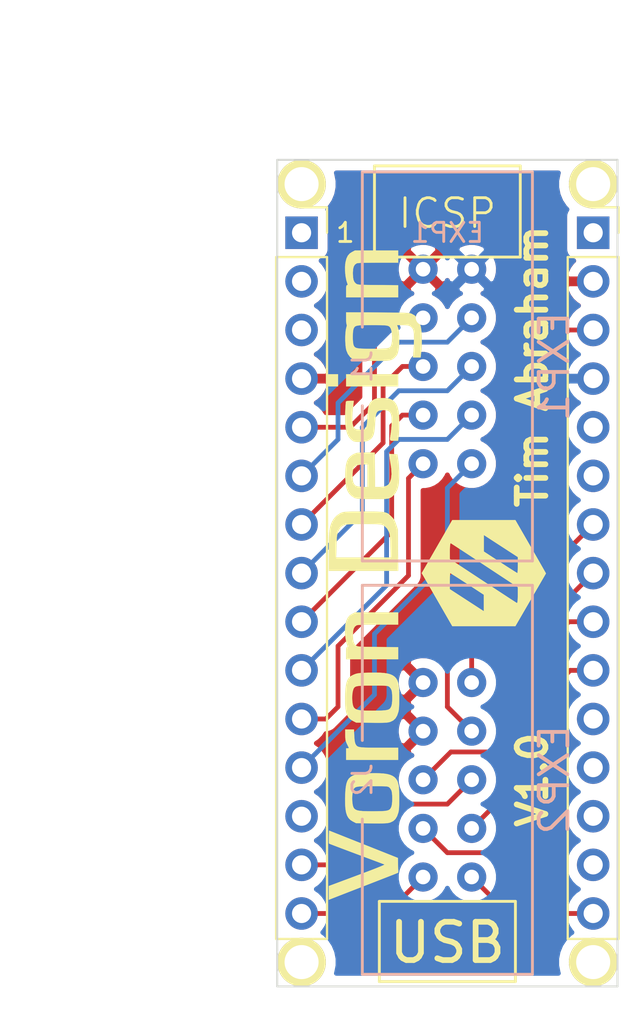
<source format=kicad_pcb>
(kicad_pcb (version 20171130) (host pcbnew "(5.1.5)-3")

  (general
    (thickness 1.6)
    (drawings 41)
    (tracks 73)
    (zones 0)
    (modules 10)
    (nets 19)
  )

  (page A4)
  (title_block
    (date "jeu. 02 avril 2015")
  )

  (layers
    (0 F.Cu signal)
    (31 B.Cu signal hide)
    (32 B.Adhes user hide)
    (33 F.Adhes user hide)
    (34 B.Paste user hide)
    (35 F.Paste user hide)
    (36 B.SilkS user)
    (37 F.SilkS user)
    (38 B.Mask user)
    (39 F.Mask user hide)
    (40 Dwgs.User user)
    (41 Cmts.User user)
    (42 Eco1.User user)
    (43 Eco2.User user)
    (44 Edge.Cuts user)
    (45 Margin user)
    (46 B.CrtYd user)
    (47 F.CrtYd user)
    (48 B.Fab user)
    (49 F.Fab user)
  )

  (setup
    (last_trace_width 0.25)
    (trace_clearance 0.2)
    (zone_clearance 0.508)
    (zone_45_only no)
    (trace_min 0.2)
    (via_size 0.6)
    (via_drill 0.4)
    (via_min_size 0.4)
    (via_min_drill 0.3)
    (uvia_size 0.3)
    (uvia_drill 0.1)
    (uvias_allowed no)
    (uvia_min_size 0.2)
    (uvia_min_drill 0.1)
    (edge_width 0.1)
    (segment_width 0.15)
    (pcb_text_width 0.3)
    (pcb_text_size 1.5 1.5)
    (mod_edge_width 0.15)
    (mod_text_size 1 1)
    (mod_text_width 0.15)
    (pad_size 1.5 1.5)
    (pad_drill 0.6)
    (pad_to_mask_clearance 0)
    (aux_axis_origin 138.176 110.617)
    (grid_origin 139.446 68.707)
    (visible_elements 7FFFFFFF)
    (pcbplotparams
      (layerselection 0x010f0_ffffffff)
      (usegerberextensions false)
      (usegerberattributes false)
      (usegerberadvancedattributes false)
      (creategerberjobfile false)
      (excludeedgelayer true)
      (linewidth 0.100000)
      (plotframeref false)
      (viasonmask false)
      (mode 1)
      (useauxorigin false)
      (hpglpennumber 1)
      (hpglpenspeed 20)
      (hpglpendiameter 15.000000)
      (psnegative false)
      (psa4output false)
      (plotreference true)
      (plotvalue true)
      (plotinvisibletext false)
      (padsonsilk false)
      (subtractmaskfromsilk false)
      (outputformat 1)
      (mirror false)
      (drillshape 0)
      (scaleselection 1)
      (outputdirectory "../Gerbers/"))
  )

  (net 0 "")
  (net 1 /Reset)
  (net 2 GND)
  (net 3 /2)
  (net 4 "/3(**)")
  (net 5 /4)
  (net 6 "/5(**)")
  (net 7 "/6(**)")
  (net 8 /7)
  (net 9 /8)
  (net 10 "/9(**)")
  (net 11 +5V)
  (net 12 "/13(SCK)")
  (net 13 "/11(**/MOSI)")
  (net 14 "/12(MISO)")
  (net 15 /A5)
  (net 16 /A4)
  (net 17 /A3)
  (net 18 /A2)

  (net_class Default "This is the default net class."
    (clearance 0.2)
    (trace_width 0.25)
    (via_dia 0.6)
    (via_drill 0.4)
    (uvia_dia 0.3)
    (uvia_drill 0.1)
    (add_net +3V3)
    (add_net +5V)
    (add_net "/0(Rx)")
    (add_net "/1(Tx)")
    (add_net "/10(**/SS)")
    (add_net "/11(**/MOSI)")
    (add_net "/12(MISO)")
    (add_net "/13(SCK)")
    (add_net /2)
    (add_net "/3(**)")
    (add_net /4)
    (add_net "/5(**)")
    (add_net "/6(**)")
    (add_net /7)
    (add_net /8)
    (add_net "/9(**)")
    (add_net /A0)
    (add_net /A1)
    (add_net /A2)
    (add_net /A3)
    (add_net /A4)
    (add_net /A5)
    (add_net /A6)
    (add_net /A7)
    (add_net /AREF)
    (add_net /Reset)
    (add_net /Reset.)
    (add_net /Vin)
    (add_net GND)
    (add_net "Net-(P3-Pad1)")
    (add_net "Net-(P4-Pad1)")
    (add_net "Net-(P5-Pad1)")
    (add_net "Net-(P6-Pad1)")
  )

  (module TRA_KiCad_Footprints:VoronDesign_Text_35x20 (layer F.Cu) (tedit 0) (tstamp 5E43D0A3)
    (at 142.621 89.027 90)
    (fp_text reference G*** (at 0 0 90) (layer F.SilkS) hide
      (effects (font (size 1.524 1.524) (thickness 0.3)))
    )
    (fp_text value LOGO (at 0.75 0 90) (layer F.SilkS) hide
      (effects (font (size 1.524 1.524) (thickness 0.3)))
    )
    (fp_poly (pts (xy 10.389536 -1.268489) (xy 9.755291 -1.268489) (xy 9.755291 -1.812128) (xy 10.389536 -1.812128)
      (xy 10.389536 -1.268489)) (layer F.SilkS) (width 0.01))
    (fp_poly (pts (xy 16.223309 -0.881052) (xy 16.23365 -0.879176) (xy 16.433208 -0.828218) (xy 16.584322 -0.755795)
      (xy 16.696995 -0.655685) (xy 16.768859 -0.5464) (xy 16.852794 -0.38573) (xy 16.852794 1.872533)
      (xy 16.218549 1.872533) (xy 16.218104 0.823009) (xy 16.217328 0.515706) (xy 16.215189 0.264456)
      (xy 16.21154 0.064922) (xy 16.206236 -0.087234) (xy 16.199131 -0.196352) (xy 16.190078 -0.266769)
      (xy 16.180284 -0.300368) (xy 16.115124 -0.388227) (xy 16.018441 -0.448019) (xy 15.882268 -0.482629)
      (xy 15.698638 -0.494945) (xy 15.643557 -0.494869) (xy 15.455393 -0.485645) (xy 15.315489 -0.460651)
      (xy 15.212903 -0.41611) (xy 15.136695 -0.348246) (xy 15.108905 -0.310335) (xy 15.09457 -0.28361)
      (xy 15.082906 -0.247369) (xy 15.073566 -0.195299) (xy 15.066204 -0.121086) (xy 15.060472 -0.018415)
      (xy 15.056024 0.119028) (xy 15.052514 0.297557) (xy 15.049594 0.523485) (xy 15.046918 0.803127)
      (xy 15.046759 0.821616) (xy 15.037752 1.872533) (xy 14.406421 1.872533) (xy 14.406421 -0.845659)
      (xy 14.723543 -0.845659) (xy 14.867008 -0.844457) (xy 14.960254 -0.839812) (xy 15.013439 -0.830172)
      (xy 15.036719 -0.81398) (xy 15.040666 -0.797125) (xy 15.056258 -0.763809) (xy 15.093519 -0.770553)
      (xy 15.287895 -0.832428) (xy 15.519312 -0.87644) (xy 15.76652 -0.900564) (xy 16.008269 -0.902776)
      (xy 16.223309 -0.881052)) (layer F.SilkS) (width 0.01))
    (fp_poly (pts (xy 10.389536 1.872533) (xy 9.755291 1.872533) (xy 9.755291 -0.845659) (xy 10.389536 -0.845659)
      (xy 10.389536 1.872533)) (layer F.SilkS) (width 0.01))
    (fp_poly (pts (xy 1.408332 -1.750701) (xy 1.675125 -1.747119) (xy 1.896318 -1.740207) (xy 2.079297 -1.729193)
      (xy 2.231453 -1.713305) (xy 2.360174 -1.691773) (xy 2.472848 -1.663824) (xy 2.576864 -1.628688)
      (xy 2.679544 -1.585624) (xy 2.849183 -1.482935) (xy 2.999125 -1.343464) (xy 3.11399 -1.183372)
      (xy 3.161385 -1.079309) (xy 3.17679 -1.029686) (xy 3.189067 -0.974039) (xy 3.198563 -0.90522)
      (xy 3.205623 -0.816081) (xy 3.210593 -0.699473) (xy 3.213819 -0.548248) (xy 3.215647 -0.355258)
      (xy 3.216423 -0.113353) (xy 3.216528 0.060405) (xy 3.216201 0.361322) (xy 3.214423 0.608609)
      (xy 3.209996 0.809042) (xy 3.201723 0.969394) (xy 3.188407 1.09644) (xy 3.16885 1.196954)
      (xy 3.141857 1.27771) (xy 3.106229 1.345483) (xy 3.060769 1.407048) (xy 3.00428 1.469178)
      (xy 2.95954 1.514622) (xy 2.863146 1.60548) (xy 2.77631 1.668992) (xy 2.676547 1.718698)
      (xy 2.541369 1.768136) (xy 2.534882 1.770307) (xy 2.280261 1.855368) (xy 1.200535 1.865999)
      (xy 0.120808 1.87663) (xy 0.120808 1.487065) (xy 0.815458 1.487065) (xy 1.396849 1.473088)
      (xy 1.607445 1.46725) (xy 1.768242 1.460484) (xy 1.889845 1.451672) (xy 1.982859 1.439694)
      (xy 2.057889 1.423432) (xy 2.125539 1.401767) (xy 2.145907 1.394076) (xy 2.318016 1.302555)
      (xy 2.447316 1.181035) (xy 2.526471 1.03674) (xy 2.53406 1.011772) (xy 2.544286 0.942104)
      (xy 2.552609 0.822273) (xy 2.559026 0.662491) (xy 2.563534 0.472969) (xy 2.56613 0.263919)
      (xy 2.566812 0.045552) (xy 2.565575 -0.171921) (xy 2.562418 -0.378287) (xy 2.557337 -0.563335)
      (xy 2.550328 -0.716853) (xy 2.541389 -0.828631) (xy 2.53462 -0.873707) (xy 2.482148 -1.021472)
      (xy 2.390928 -1.136422) (xy 2.252781 -1.227142) (xy 2.159453 -1.267681) (xy 2.088578 -1.292604)
      (xy 2.016741 -1.311391) (xy 1.93308 -1.325243) (xy 1.826735 -1.335363) (xy 1.686844 -1.342952)
      (xy 1.502547 -1.349211) (xy 1.396849 -1.352052) (xy 0.815458 -1.366911) (xy 0.815458 1.487065)
      (xy 0.120808 1.487065) (xy 0.120808 -1.751724) (xy 1.08855 -1.751724) (xy 1.408332 -1.750701)) (layer F.SilkS) (width 0.01))
    (fp_poly (pts (xy -2.683231 -0.881052) (xy -2.67289 -0.879176) (xy -2.473332 -0.828218) (xy -2.322218 -0.755795)
      (xy -2.209545 -0.655685) (xy -2.137681 -0.5464) (xy -2.053746 -0.38573) (xy -2.053746 1.872533)
      (xy -2.687991 1.872533) (xy -2.688436 0.823009) (xy -2.689212 0.515706) (xy -2.691351 0.264456)
      (xy -2.695 0.064922) (xy -2.700304 -0.087234) (xy -2.707409 -0.196352) (xy -2.716462 -0.266769)
      (xy -2.726256 -0.300368) (xy -2.791416 -0.388227) (xy -2.888099 -0.448019) (xy -3.024272 -0.482629)
      (xy -3.207902 -0.494945) (xy -3.262983 -0.494869) (xy -3.451147 -0.485645) (xy -3.591051 -0.460651)
      (xy -3.693637 -0.41611) (xy -3.769844 -0.348246) (xy -3.797635 -0.310335) (xy -3.81197 -0.28361)
      (xy -3.823634 -0.247369) (xy -3.832973 -0.195299) (xy -3.840336 -0.121086) (xy -3.846068 -0.018415)
      (xy -3.850516 0.119028) (xy -3.854026 0.297557) (xy -3.856946 0.523485) (xy -3.859621 0.803127)
      (xy -3.859781 0.821616) (xy -3.868788 1.872533) (xy -4.500119 1.872533) (xy -4.500119 -0.845659)
      (xy -4.182997 -0.845659) (xy -4.039532 -0.844457) (xy -3.946286 -0.839812) (xy -3.893101 -0.830172)
      (xy -3.869821 -0.81398) (xy -3.865874 -0.797125) (xy -3.850282 -0.763809) (xy -3.81302 -0.770553)
      (xy -3.618644 -0.832428) (xy -3.387227 -0.87644) (xy -3.14002 -0.900564) (xy -2.898271 -0.902776)
      (xy -2.683231 -0.881052)) (layer F.SilkS) (width 0.01))
    (fp_poly (pts (xy -8.169679 -0.437931) (xy -8.501903 -0.422073) (xy -8.684555 -0.409477) (xy -8.816824 -0.39078)
      (xy -8.908563 -0.36439) (xy -8.934662 -0.352113) (xy -8.982531 -0.323982) (xy -9.021428 -0.292147)
      (xy -9.052282 -0.250419) (xy -9.07602 -0.192611) (xy -9.093573 -0.112533) (xy -9.105867 -0.003998)
      (xy -9.113832 0.139183) (xy -9.118397 0.323199) (xy -9.12049 0.554238) (xy -9.12104 0.838487)
      (xy -9.121047 0.889994) (xy -9.121047 1.872533) (xy -9.755292 1.872533) (xy -9.755292 -0.845659)
      (xy -9.151249 -0.845659) (xy -9.151249 -0.767637) (xy -9.143932 -0.71406) (xy -9.128597 -0.701131)
      (xy -8.977297 -0.776981) (xy -8.863648 -0.82916) (xy -8.771842 -0.862117) (xy -8.686069 -0.880298)
      (xy -8.590519 -0.88815) (xy -8.469384 -0.89012) (xy -8.4566 -0.890161) (xy -8.169679 -0.890963)
      (xy -8.169679 -0.437931)) (layer F.SilkS) (width 0.01))
    (fp_poly (pts (xy -15.792926 -0.26927) (xy -15.655649 0.097121) (xy -15.537889 0.407519) (xy -15.439231 0.662953)
      (xy -15.359263 0.864454) (xy -15.297569 1.013049) (xy -15.253736 1.109769) (xy -15.22735 1.155642)
      (xy -15.21893 1.157781) (xy -15.204421 1.11925) (xy -15.170886 1.029775) (xy -15.120434 0.895)
      (xy -15.055176 0.720566) (xy -14.977223 0.512115) (xy -14.888684 0.275291) (xy -14.79167 0.015735)
      (xy -14.688291 -0.26091) (xy -14.669479 -0.311257) (xy -14.565632 -0.588724) (xy -14.467982 -0.848728)
      (xy -14.378594 -1.085831) (xy -14.299533 -1.294598) (xy -14.232865 -1.469595) (xy -14.180655 -1.605385)
      (xy -14.144967 -1.696533) (xy -14.127869 -1.737603) (xy -14.126856 -1.739335) (xy -14.092602 -1.744438)
      (xy -14.010911 -1.747149) (xy -13.89471 -1.747249) (xy -13.781672 -1.7452) (xy -13.45093 -1.736623)
      (xy -14.164696 0.060405) (xy -14.878462 1.857432) (xy -15.262746 1.865894) (xy -15.64703 1.874355)
      (xy -15.691535 1.767839) (xy -15.71068 1.720046) (xy -15.749487 1.621494) (xy -15.805787 1.477745)
      (xy -15.877411 1.294361) (xy -15.962189 1.076905) (xy -16.057953 0.830937) (xy -16.162533 0.562022)
      (xy -16.27376 0.27572) (xy -16.336787 0.113361) (xy -16.45149 -0.182135) (xy -16.561309 -0.464926)
      (xy -16.663986 -0.72921) (xy -16.757266 -0.969183) (xy -16.838892 -1.179045) (xy -16.906607 -1.352992)
      (xy -16.958156 -1.485222) (xy -16.991281 -1.569934) (xy -17.000431 -1.593162) (xy -17.063328 -1.751724)
      (xy -16.345654 -1.751724) (xy -15.792926 -0.26927)) (layer F.SilkS) (width 0.01))
    (fp_poly (pts (xy 8.408107 -0.891883) (xy 8.579753 -0.883933) (xy 8.731764 -0.87539) (xy 8.853235 -0.866988)
      (xy 8.933256 -0.859458) (xy 8.959296 -0.854908) (xy 8.984389 -0.82056) (xy 8.997516 -0.737491)
      (xy 9.000238 -0.642223) (xy 9.000238 -0.44525) (xy 8.856777 -0.463981) (xy 8.513189 -0.503393)
      (xy 8.224656 -0.52435) (xy 7.98865 -0.526628) (xy 7.80264 -0.510008) (xy 7.664097 -0.474266)
      (xy 7.570489 -0.419181) (xy 7.520141 -0.346819) (xy 7.502273 -0.265894) (xy 7.492398 -0.15377)
      (xy 7.491142 -0.035547) (xy 7.499129 0.063671) (xy 7.508892 0.104355) (xy 7.541942 0.155688)
      (xy 7.601554 0.195495) (xy 7.694824 0.22554) (xy 7.828847 0.247585) (xy 8.010718 0.263393)
      (xy 8.18478 0.2723) (xy 8.415143 0.28527) (xy 8.594896 0.304675) (xy 8.733726 0.333313)
      (xy 8.841318 0.373985) (xy 8.927357 0.429489) (xy 9.001528 0.502624) (xy 9.007991 0.510213)
      (xy 9.080404 0.621102) (xy 9.125568 0.754896) (xy 9.145947 0.922963) (xy 9.144004 1.136668)
      (xy 9.143955 1.137623) (xy 9.133417 1.284394) (xy 9.11675 1.390011) (xy 9.089584 1.473701)
      (xy 9.050148 1.550274) (xy 8.957431 1.671073) (xy 8.83289 1.766741) (xy 8.671574 1.838806)
      (xy 8.468529 1.888798) (xy 8.218805 1.918244) (xy 7.917449 1.928673) (xy 7.825073 1.928412)
      (xy 7.655099 1.926151) (xy 7.500043 1.922932) (xy 7.372944 1.919111) (xy 7.28684 1.915044)
      (xy 7.263615 1.913076) (xy 7.173105 1.901934) (xy 7.065372 1.888236) (xy 7.044649 1.885549)
      (xy 6.91629 1.868832) (xy 6.91629 1.659268) (xy 6.915776 1.570633) (xy 6.920244 1.509211)
      (xy 6.938705 1.471629) (xy 6.98017 1.454514) (xy 7.053652 1.454495) (xy 7.168163 1.468197)
      (xy 7.332714 1.492249) (xy 7.354221 1.495377) (xy 7.52729 1.515739) (xy 7.720457 1.5312)
      (xy 7.899007 1.539148) (xy 7.943163 1.539675) (xy 8.148222 1.53098) (xy 8.301238 1.501066)
      (xy 8.408192 1.445507) (xy 8.475065 1.359874) (xy 8.507837 1.239742) (xy 8.513548 1.11748)
      (xy 8.507405 0.983551) (xy 8.488801 0.880996) (xy 8.450463 0.805119) (xy 8.385121 0.751224)
      (xy 8.285504 0.714618) (xy 8.144341 0.690603) (xy 7.954361 0.674485) (xy 7.815559 0.666734)
      (xy 7.569895 0.649734) (xy 7.376086 0.624038) (xy 7.225805 0.586142) (xy 7.110727 0.532542)
      (xy 7.022525 0.459735) (xy 6.952873 0.364217) (xy 6.912969 0.286921) (xy 6.885843 0.195372)
      (xy 6.866817 0.067173) (xy 6.856456 -0.079413) (xy 6.855327 -0.226125) (xy 6.863996 -0.354704)
      (xy 6.883032 -0.446887) (xy 6.889712 -0.462568) (xy 6.982204 -0.596613) (xy 7.110916 -0.704759)
      (xy 7.279327 -0.787987) (xy 7.490914 -0.847282) (xy 7.749155 -0.883627) (xy 8.05753 -0.898005)
      (xy 8.408107 -0.891883)) (layer F.SilkS) (width 0.01))
    (fp_poly (pts (xy 5.40525 -0.882292) (xy 5.639491 -0.854902) (xy 5.828411 -0.806201) (xy 5.978438 -0.733666)
      (xy 6.095997 -0.634772) (xy 6.187515 -0.506996) (xy 6.211115 -0.462122) (xy 6.243878 -0.392878)
      (xy 6.267055 -0.332098) (xy 6.282304 -0.267399) (xy 6.29128 -0.186396) (xy 6.295639 -0.076703)
      (xy 6.297038 0.074063) (xy 6.297146 0.181213) (xy 6.297146 0.649346) (xy 5.398632 0.657346)
      (xy 4.500119 0.665346) (xy 4.500782 0.898964) (xy 4.512873 1.094585) (xy 4.550484 1.242482)
      (xy 4.617518 1.351336) (xy 4.717875 1.429826) (xy 4.745985 1.44445) (xy 4.931592 1.504939)
      (xy 5.162151 1.529549) (xy 5.433865 1.518067) (xy 5.617598 1.493348) (xy 5.767436 1.469583)
      (xy 5.911944 1.448367) (xy 6.03024 1.432691) (xy 6.079629 1.427217) (xy 6.224538 1.413476)
      (xy 6.20654 1.82723) (xy 5.919619 1.877194) (xy 5.743761 1.90053) (xy 5.535552 1.916661)
      (xy 5.31069 1.925463) (xy 5.08487 1.926809) (xy 4.873788 1.920573) (xy 4.69314 1.90663)
      (xy 4.572264 1.887985) (xy 4.357942 1.824814) (xy 4.186885 1.735025) (xy 4.045078 1.611171)
      (xy 4.039251 1.604779) (xy 3.988557 1.545327) (xy 3.948532 1.486709) (xy 3.918035 1.421222)
      (xy 3.89593 1.341165) (xy 3.881077 1.238835) (xy 3.872337 1.10653) (xy 3.868573 0.936549)
      (xy 3.868644 0.721189) (xy 3.871222 0.468134) (xy 3.873979 0.27182) (xy 4.492914 0.27182)
      (xy 5.685391 0.27182) (xy 5.672578 0.00383) (xy 5.657342 -0.170316) (xy 5.627534 -0.295769)
      (xy 5.578011 -0.383501) (xy 5.503628 -0.444481) (xy 5.450107 -0.470655) (xy 5.35429 -0.494805)
      (xy 5.22025 -0.508894) (xy 5.068712 -0.512877) (xy 4.920401 -0.506704) (xy 4.796041 -0.49033)
      (xy 4.733215 -0.472301) (xy 4.641052 -0.425233) (xy 4.578408 -0.367921) (xy 4.539043 -0.287797)
      (xy 4.516717 -0.17229) (xy 4.505388 -0.013389) (xy 4.492914 0.27182) (xy 3.873979 0.27182)
      (xy 3.874631 0.225437) (xy 3.878494 0.035384) (xy 3.883387 -0.109786) (xy 3.889885 -0.217834)
      (xy 3.898564 -0.296521) (xy 3.909999 -0.353607) (xy 3.924765 -0.396853) (xy 3.937276 -0.422829)
      (xy 4.032206 -0.568934) (xy 4.14841 -0.684123) (xy 4.292576 -0.771045) (xy 4.471389 -0.832347)
      (xy 4.691536 -0.870678) (xy 4.959703 -0.888684) (xy 5.119263 -0.890895) (xy 5.40525 -0.882292)) (layer F.SilkS) (width 0.01))
    (fp_poly (pts (xy -6.417955 -0.897264) (xy -6.138467 -0.884878) (xy -5.911871 -0.862538) (xy -5.73104 -0.82713)
      (xy -5.588851 -0.775541) (xy -5.478178 -0.704658) (xy -5.391897 -0.611367) (xy -5.322884 -0.492555)
      (xy -5.284621 -0.402037) (xy -5.260274 -0.331288) (xy -5.241877 -0.257271) (xy -5.228234 -0.16911)
      (xy -5.218151 -0.055928) (xy -5.210431 0.09315) (xy -5.20388 0.289001) (xy -5.202264 0.347325)
      (xy -5.197621 0.660735) (xy -5.202634 0.921255) (xy -5.218049 1.13574) (xy -5.24461 1.311043)
      (xy -5.283062 1.45402) (xy -5.334151 1.571523) (xy -5.335651 1.574294) (xy -5.403613 1.677713)
      (xy -5.487342 1.760252) (xy -5.593606 1.823914) (xy -5.729173 1.870704) (xy -5.900811 1.902624)
      (xy -6.115285 1.921679) (xy -6.379365 1.929871) (xy -6.538764 1.930503) (xy -6.80055 1.926931)
      (xy -7.005371 1.917731) (xy -7.156418 1.902703) (xy -7.241563 1.886112) (xy -7.440216 1.818081)
      (xy -7.588088 1.731319) (xy -7.693701 1.618575) (xy -7.765576 1.472598) (xy -7.779846 1.428108)
      (xy -7.794432 1.36715) (xy -7.805369 1.291647) (xy -7.812962 1.193714) (xy -7.817515 1.065465)
      (xy -7.819333 0.899017) (xy -7.818719 0.686484) (xy -7.81712 0.523327) (xy -7.186852 0.523327)
      (xy -7.186794 0.555312) (xy -7.185137 0.810664) (xy -7.180192 1.012782) (xy -7.170052 1.16882)
      (xy -7.152813 1.285931) (xy -7.126569 1.37127) (xy -7.089415 1.431991) (xy -7.039446 1.475246)
      (xy -6.974755 1.508192) (xy -6.92828 1.525916) (xy -6.829172 1.547621) (xy -6.689676 1.56104)
      (xy -6.529254 1.566068) (xy -6.367367 1.562596) (xy -6.223474 1.550518) (xy -6.119143 1.530371)
      (xy -6.024937 1.485194) (xy -5.946668 1.420461) (xy -5.93793 1.409689) (xy -5.918502 1.381059)
      (xy -5.903487 1.348503) (xy -5.89232 1.304347) (xy -5.884432 1.240918) (xy -5.879257 1.150543)
      (xy -5.876227 1.025548) (xy -5.874776 0.858262) (xy -5.874337 0.64101) (xy -5.874317 0.548995)
      (xy -5.875018 0.285716) (xy -5.87792 0.075994) (xy -5.884212 -0.087008) (xy -5.895089 -0.210129)
      (xy -5.911744 -0.300208) (xy -5.935368 -0.364082) (xy -5.967155 -0.408589) (xy -6.008297 -0.440569)
      (xy -6.050765 -0.462664) (xy -6.173742 -0.50052) (xy -6.337464 -0.523954) (xy -6.523697 -0.531585)
      (xy -6.714205 -0.522032) (xy -6.762345 -0.516543) (xy -6.878299 -0.497382) (xy -6.971254 -0.468776)
      (xy -7.043698 -0.424446) (xy -7.098117 -0.358114) (xy -7.136997 -0.263501) (xy -7.162824 -0.134329)
      (xy -7.178085 0.035681) (xy -7.185265 0.252807) (xy -7.186852 0.523327) (xy -7.81712 0.523327)
      (xy -7.81664 0.474478) (xy -7.807254 -0.321647) (xy -7.715706 -0.500527) (xy -7.63837 -0.621893)
      (xy -7.539766 -0.718751) (xy -7.413907 -0.792932) (xy -7.254807 -0.846266) (xy -7.056483 -0.880582)
      (xy -6.812947 -0.89771) (xy -6.518215 -0.89948) (xy -6.417955 -0.897264)) (layer F.SilkS) (width 0.01))
    (fp_poly (pts (xy -11.673127 -0.897264) (xy -11.39364 -0.884878) (xy -11.167043 -0.862538) (xy -10.986212 -0.82713)
      (xy -10.844023 -0.775541) (xy -10.733351 -0.704658) (xy -10.64707 -0.611367) (xy -10.578056 -0.492555)
      (xy -10.539793 -0.402037) (xy -10.515446 -0.331288) (xy -10.497049 -0.257271) (xy -10.483407 -0.16911)
      (xy -10.473323 -0.055928) (xy -10.465604 0.09315) (xy -10.459053 0.289001) (xy -10.457436 0.347325)
      (xy -10.452794 0.660735) (xy -10.457807 0.921255) (xy -10.473221 1.13574) (xy -10.499782 1.311043)
      (xy -10.538235 1.45402) (xy -10.589324 1.571523) (xy -10.590824 1.574294) (xy -10.658785 1.677713)
      (xy -10.742515 1.760252) (xy -10.848779 1.823914) (xy -10.984346 1.870704) (xy -11.155983 1.902624)
      (xy -11.370458 1.921679) (xy -11.634538 1.929871) (xy -11.793936 1.930503) (xy -12.055723 1.926931)
      (xy -12.260543 1.917731) (xy -12.411591 1.902703) (xy -12.496735 1.886112) (xy -12.695389 1.818081)
      (xy -12.843261 1.731319) (xy -12.948873 1.618575) (xy -13.020748 1.472598) (xy -13.035019 1.428108)
      (xy -13.049604 1.36715) (xy -13.060542 1.291647) (xy -13.068135 1.193714) (xy -13.072688 1.065465)
      (xy -13.074505 0.899017) (xy -13.073891 0.686484) (xy -13.072292 0.523327) (xy -12.442024 0.523327)
      (xy -12.441967 0.555312) (xy -12.44031 0.810664) (xy -12.435364 1.012782) (xy -12.425225 1.16882)
      (xy -12.407986 1.285931) (xy -12.381742 1.37127) (xy -12.344588 1.431991) (xy -12.294618 1.475246)
      (xy -12.229927 1.508192) (xy -12.183452 1.525916) (xy -12.084344 1.547621) (xy -11.944849 1.56104)
      (xy -11.784427 1.566068) (xy -11.622539 1.562596) (xy -11.478646 1.550518) (xy -11.374315 1.530371)
      (xy -11.280109 1.485194) (xy -11.20184 1.420461) (xy -11.193102 1.409689) (xy -11.173674 1.381059)
      (xy -11.15866 1.348503) (xy -11.147492 1.304347) (xy -11.139604 1.240918) (xy -11.134429 1.150543)
      (xy -11.1314 1.025548) (xy -11.129949 0.858262) (xy -11.129509 0.64101) (xy -11.129489 0.548995)
      (xy -11.130191 0.285716) (xy -11.133092 0.075994) (xy -11.139385 -0.087008) (xy -11.150262 -0.210129)
      (xy -11.166916 -0.300208) (xy -11.19054 -0.364082) (xy -11.222327 -0.408589) (xy -11.263469 -0.440569)
      (xy -11.305938 -0.462664) (xy -11.428915 -0.50052) (xy -11.592637 -0.523954) (xy -11.778869 -0.531585)
      (xy -11.969378 -0.522032) (xy -12.017517 -0.516543) (xy -12.133471 -0.497382) (xy -12.226427 -0.468776)
      (xy -12.298871 -0.424446) (xy -12.35329 -0.358114) (xy -12.392169 -0.263501) (xy -12.417996 -0.134329)
      (xy -12.433257 0.035681) (xy -12.440437 0.252807) (xy -12.442024 0.523327) (xy -13.072292 0.523327)
      (xy -13.071812 0.474478) (xy -13.062426 -0.321647) (xy -12.970878 -0.500527) (xy -12.893543 -0.621893)
      (xy -12.794938 -0.718751) (xy -12.669079 -0.792932) (xy -12.50998 -0.846266) (xy -12.311655 -0.880582)
      (xy -12.068119 -0.89771) (xy -11.773387 -0.89948) (xy -11.673127 -0.897264)) (layer F.SilkS) (width 0.01))
    (fp_poly (pts (xy 12.534699 -0.881181) (xy 12.699995 -0.863242) (xy 12.820808 -0.836494) (xy 12.914047 -0.811425)
      (xy 12.97083 -0.808359) (xy 12.981886 -0.816074) (xy 13.014779 -0.828736) (xy 13.096239 -0.838549)
      (xy 13.214455 -0.84444) (xy 13.308008 -0.845659) (xy 13.624062 -0.845659) (xy 13.614232 0.792807)
      (xy 13.611925 1.153126) (xy 13.60956 1.458147) (xy 13.606954 1.712976) (xy 13.603929 1.922719)
      (xy 13.600301 2.092481) (xy 13.595892 2.227369) (xy 13.590518 2.332488) (xy 13.584 2.412945)
      (xy 13.576157 2.473846) (xy 13.566807 2.520296) (xy 13.55577 2.557401) (xy 13.551254 2.569702)
      (xy 13.458424 2.736382) (xy 13.319203 2.87097) (xy 13.131551 2.974724) (xy 12.893425 3.048902)
      (xy 12.72333 3.080047) (xy 12.611417 3.090908) (xy 12.456736 3.098882) (xy 12.276864 3.103783)
      (xy 12.089375 3.105427) (xy 11.911846 3.10363) (xy 11.761852 3.098205) (xy 11.673127 3.091087)
      (xy 11.588783 3.08144) (xy 11.478085 3.069141) (xy 11.423959 3.063237) (xy 11.265398 3.04607)
      (xy 11.265398 2.650007) (xy 11.57497 2.67655) (xy 11.737965 2.68758) (xy 11.933216 2.696368)
      (xy 12.132582 2.701829) (xy 12.262069 2.70309) (xy 12.459575 2.699323) (xy 12.607603 2.685746)
      (xy 12.71674 2.658936) (xy 12.797575 2.615473) (xy 12.860695 2.551936) (xy 12.897536 2.497761)
      (xy 12.926708 2.437733) (xy 12.944727 2.363942) (xy 12.953917 2.261058) (xy 12.956601 2.113749)
      (xy 12.956605 2.107939) (xy 12.956718 1.814808) (xy 12.828359 1.863165) (xy 12.714413 1.891925)
      (xy 12.555994 1.912779) (xy 12.368553 1.925413) (xy 12.167543 1.929513) (xy 11.968416 1.924767)
      (xy 11.786622 1.910861) (xy 11.637615 1.88748) (xy 11.636957 1.887334) (xy 11.507746 1.855008)
      (xy 11.417316 1.820287) (xy 11.344573 1.772794) (xy 11.276006 1.709769) (xy 11.222535 1.653249)
      (xy 11.179801 1.59718) (xy 11.146702 1.534327) (xy 11.122136 1.457456) (xy 11.105001 1.359335)
      (xy 11.094195 1.23273) (xy 11.088617 1.070407) (xy 11.087165 0.865133) (xy 11.088736 0.609674)
      (xy 11.08964 0.523061) (xy 11.71843 0.523061) (xy 11.719387 0.78351) (xy 11.722875 0.99036)
      (xy 11.729821 1.150396) (xy 11.741151 1.270402) (xy 11.757791 1.357163) (xy 11.780668 1.417462)
      (xy 11.810707 1.458086) (xy 11.848836 1.485817) (xy 11.849966 1.486439) (xy 11.960914 1.525445)
      (xy 12.112028 1.549671) (xy 12.284895 1.559069) (xy 12.461102 1.553594) (xy 12.622235 1.533199)
      (xy 12.749882 1.497838) (xy 12.770214 1.48875) (xy 12.823784 1.460303) (xy 12.865922 1.428727)
      (xy 12.898003 1.386861) (xy 12.9214 1.327542) (xy 12.937491 1.243607) (xy 12.947648 1.127893)
      (xy 12.953248 0.973239) (xy 12.955664 0.77248) (xy 12.956273 0.519488) (xy 12.95582 0.26228)
      (xy 12.953237 0.058489) (xy 12.947186 -0.098868) (xy 12.936329 -0.216774) (xy 12.91933 -0.302212)
      (xy 12.894851 -0.362164) (xy 12.861554 -0.403614) (xy 12.818103 -0.433542) (xy 12.769379 -0.456328)
      (xy 12.681594 -0.47813) (xy 12.551635 -0.492269) (xy 12.39724 -0.498763) (xy 12.236148 -0.497631)
      (xy 12.086099 -0.488894) (xy 11.96483 -0.472571) (xy 11.903479 -0.455379) (xy 11.85038 -0.429153)
      (xy 11.80848 -0.395718) (xy 11.776465 -0.348136) (xy 11.753024 -0.279467) (xy 11.736844 -0.182771)
      (xy 11.726612 -0.051111) (xy 11.721017 0.122454) (xy 11.718746 0.344863) (xy 11.71843 0.523061)
      (xy 11.08964 0.523061) (xy 11.09 0.488661) (xy 11.092964 0.240944) (xy 11.096116 0.045947)
      (xy 11.100067 -0.104013) (xy 11.105428 -0.216619) (xy 11.112807 -0.299555) (xy 11.122817 -0.360501)
      (xy 11.136066 -0.407143) (xy 11.153165 -0.447162) (xy 11.166365 -0.472762) (xy 11.286246 -0.634076)
      (xy 11.452129 -0.757305) (xy 11.638487 -0.834121) (xy 11.771778 -0.861656) (xy 11.944619 -0.880163)
      (xy 12.140436 -0.889608) (xy 12.342654 -0.889959) (xy 12.534699 -0.881181)) (layer F.SilkS) (width 0.01))
  )

  (module TRA_KiCad_Footprints:VoronLogo_6pt5mm_silkScreen (layer F.Cu) (tedit 0) (tstamp 5E43CC81)
    (at 148.971 89.027 90)
    (fp_text reference G*** (at 0 0 90) (layer F.SilkS) hide
      (effects (font (size 1.524 1.524) (thickness 0.3)))
    )
    (fp_text value LOGO (at 0.75 0 90) (layer F.SilkS) hide
      (effects (font (size 1.524 1.524) (thickness 0.3)))
    )
    (fp_poly (pts (xy 2.7686 -1.64985) (xy 2.7686 1.649849) (xy 1.379308 2.450524) (xy 1.039339 2.646185)
      (xy 0.729012 2.824267) (xy 0.458882 2.978754) (xy 0.239505 3.10363) (xy 0.081439 3.192877)
      (xy -0.004761 3.240478) (xy -0.017692 3.24677) (xy -0.061819 3.221166) (xy -0.183209 3.150713)
      (xy -0.371255 3.041566) (xy -0.615351 2.899881) (xy -0.904891 2.731815) (xy -1.229269 2.543525)
      (xy -1.397 2.446162) (xy -2.622352 1.734876) (xy -1.566334 1.734876) (xy -1.527559 1.754402)
      (xy -1.409521 1.769187) (xy -1.234533 1.776891) (xy -1.159934 1.777479) (xy -0.7366 1.776959)
      (xy -0.722179 1.755076) (xy 0 1.755076) (xy 0.04685 1.765563) (xy 0.171616 1.7735)
      (xy 0.350623 1.777596) (xy 0.4191 1.777886) (xy 0.8382 1.777772) (xy 1.3208 1.034043)
      (xy 1.485838 0.779678) (xy 1.637963 0.545166) (xy 1.765863 0.347951) (xy 1.858223 0.205476)
      (xy 1.897288 0.145156) (xy 1.991177 0) (xy 1.129093 0) (xy 0.564546 0.866076)
      (xy 0.394034 1.128735) (xy 0.244186 1.361619) (xy 0.123286 1.551683) (xy 0.039618 1.685882)
      (xy 0.001465 1.751172) (xy 0 1.755076) (xy -0.722179 1.755076) (xy 0.4064 0.042603)
      (xy 0.654036 -0.333568) (xy 0.884037 -0.683745) (xy 1.09042 -0.998762) (xy 1.267202 -1.269449)
      (xy 1.408399 -1.486639) (xy 1.508029 -1.641163) (xy 1.560108 -1.723852) (xy 1.566333 -1.734877)
      (xy 1.527558 -1.754403) (xy 1.40952 -1.769188) (xy 1.234532 -1.776892) (xy 1.159933 -1.77748)
      (xy 0.7366 -1.77696) (xy -0.4064 -0.042604) (xy -0.654037 0.333567) (xy -0.884038 0.683744)
      (xy -1.090421 0.998761) (xy -1.267203 1.269448) (xy -1.4084 1.486638) (xy -1.50803 1.641162)
      (xy -1.560109 1.723851) (xy -1.566334 1.734876) (xy -2.622352 1.734876) (xy -2.7686 1.649983)
      (xy -2.7686 0) (xy -1.991178 0) (xy -1.129094 0) (xy -0.564547 -0.866077)
      (xy -0.394035 -1.128736) (xy -0.244187 -1.36162) (xy -0.123287 -1.551684) (xy -0.039619 -1.685883)
      (xy -0.001466 -1.751173) (xy 0 -1.755077) (xy -0.046851 -1.765564) (xy -0.171617 -1.773501)
      (xy -0.350624 -1.777597) (xy -0.4191 -1.777887) (xy -0.8382 -1.777773) (xy -1.3208 -1.034044)
      (xy -1.485839 -0.779679) (xy -1.637964 -0.545167) (xy -1.765864 -0.347952) (xy -1.858224 -0.205477)
      (xy -1.897289 -0.145157) (xy -1.991178 0) (xy -2.7686 0) (xy -2.7686 -1.64985)
      (xy 0 -3.245448) (xy 2.7686 -1.64985)) (layer F.SilkS) (width 0.01))
  )

  (module TRA_KiCad_Footprints:Shrouded_2x5_pin_header (layer B.Cu) (tedit 5DA91F24) (tstamp 5DA843A5)
    (at 147.066 99.822 90)
    (path /5DA8C40D)
    (fp_text reference J2 (at 0 -4.445 90) (layer B.SilkS)
      (effects (font (size 1 1) (thickness 0.15)) (justify mirror))
    )
    (fp_text value EXP2 (at 0 2.54 90) (layer B.Fab)
      (effects (font (size 1 1) (thickness 0.15)) (justify mirror))
    )
    (fp_line (start 10.16 -4.445) (end 2.055 -4.445) (layer B.SilkS) (width 0.15))
    (fp_line (start 10.16 4.445) (end 10.16 -4.445) (layer B.SilkS) (width 0.15))
    (fp_line (start 0 4.445) (end 10.16 4.445) (layer B.SilkS) (width 0.15))
    (fp_line (start 0 4.445) (end -10.16 4.445) (layer B.SilkS) (width 0.15))
    (fp_line (start -2.055 -4.445) (end -10.16 -4.445) (layer B.SilkS) (width 0.15))
    (fp_line (start -10.16 -4.445) (end -10.16 4.445) (layer B.SilkS) (width 0.15))
    (pad 10 thru_hole circle (at 5.08 1.27 90) (size 1.524 1.524) (drill 0.762) (layers *.Cu *.Mask)
      (net 15 /A5))
    (pad 9 thru_hole circle (at 5.08 -1.27 90) (size 1.524 1.524) (drill 0.762) (layers *.Cu *.Mask)
      (net 2 GND))
    (pad 8 thru_hole circle (at 2.54 1.27 90) (size 1.524 1.524) (drill 0.762) (layers *.Cu *.Mask)
      (net 1 /Reset))
    (pad 7 thru_hole circle (at 2.54 -1.27 90) (size 1.524 1.524) (drill 0.762) (layers *.Cu *.Mask)
      (net 2 GND))
    (pad 6 thru_hole circle (at 0 1.27 90) (size 1.524 1.524) (drill 0.762) (layers *.Cu *.Mask)
      (net 13 "/11(**/MOSI)"))
    (pad 5 thru_hole circle (at 0 -1.27 90) (size 1.524 1.524) (drill 0.762) (layers *.Cu *.Mask)
      (net 16 /A4))
    (pad 4 thru_hole circle (at -2.54 1.27 90) (size 1.524 1.524) (drill 0.762) (layers *.Cu *.Mask)
      (net 17 /A3))
    (pad 3 thru_hole circle (at -2.54 -1.27 90) (size 1.524 1.524) (drill 0.762) (layers *.Cu *.Mask)
      (net 18 /A2))
    (pad 2 thru_hole circle (at -5.08 1.27 90) (size 1.524 1.524) (drill 0.762) (layers *.Cu *.Mask)
      (net 12 "/13(SCK)"))
    (pad 1 thru_hole circle (at -5.08 -1.27 90) (size 1.524 1.524) (drill 0.762) (layers *.Cu *.Mask)
      (net 14 "/12(MISO)"))
    (model "${GITHUB}/TRA_KiCad_Library/3D Models/Molex/Molex-70246-1001.stp"
      (offset (xyz 0 0 5.5))
      (scale (xyz 1 1 1))
      (rotate (xyz -90 0 0))
    )
  )

  (module Connector_PinSocket_2.54mm:PinSocket_1x15_P2.54mm_Vertical locked (layer F.Cu) (tedit 5A19A41D) (tstamp 551FC9EE)
    (at 154.686 71.247)
    (descr "Through hole straight socket strip, 1x15, 2.54mm pitch, single row (from Kicad 4.0.7), script generated")
    (tags "Through hole socket strip THT 1x15 2.54mm single row")
    (path /56D740C7)
    (fp_text reference P2 (at 0 -2.77) (layer F.SilkS)
      (effects (font (size 1 1) (thickness 0.15)))
    )
    (fp_text value Analog (at 0 38.33) (layer F.Fab)
      (effects (font (size 1 1) (thickness 0.15)))
    )
    (fp_text user %R (at 0 17.78 90) (layer F.Fab)
      (effects (font (size 1 1) (thickness 0.15)))
    )
    (fp_line (start -1.8 37.3) (end -1.8 -1.8) (layer F.CrtYd) (width 0.05))
    (fp_line (start 1.75 37.3) (end -1.8 37.3) (layer F.CrtYd) (width 0.05))
    (fp_line (start 1.75 -1.8) (end 1.75 37.3) (layer F.CrtYd) (width 0.05))
    (fp_line (start -1.8 -1.8) (end 1.75 -1.8) (layer F.CrtYd) (width 0.05))
    (fp_line (start 0 -1.33) (end 1.33 -1.33) (layer F.SilkS) (width 0.12))
    (fp_line (start 1.33 -1.33) (end 1.33 0) (layer F.SilkS) (width 0.12))
    (fp_line (start 1.33 1.27) (end 1.33 36.89) (layer F.SilkS) (width 0.12))
    (fp_line (start -1.33 36.89) (end 1.33 36.89) (layer F.SilkS) (width 0.12))
    (fp_line (start -1.33 1.27) (end -1.33 36.89) (layer F.SilkS) (width 0.12))
    (fp_line (start -1.33 1.27) (end 1.33 1.27) (layer F.SilkS) (width 0.12))
    (fp_line (start -1.27 36.83) (end -1.27 -1.27) (layer F.Fab) (width 0.1))
    (fp_line (start 1.27 36.83) (end -1.27 36.83) (layer F.Fab) (width 0.1))
    (fp_line (start 1.27 -0.635) (end 1.27 36.83) (layer F.Fab) (width 0.1))
    (fp_line (start 0.635 -1.27) (end 1.27 -0.635) (layer F.Fab) (width 0.1))
    (fp_line (start -1.27 -1.27) (end 0.635 -1.27) (layer F.Fab) (width 0.1))
    (pad 15 thru_hole oval (at 0 35.56) (size 1.7 1.7) (drill 1) (layers *.Cu *.Mask)
      (net 12 "/13(SCK)"))
    (pad 14 thru_hole oval (at 0 33.02) (size 1.7 1.7) (drill 1) (layers *.Cu *.Mask))
    (pad 13 thru_hole oval (at 0 30.48) (size 1.7 1.7) (drill 1) (layers *.Cu *.Mask))
    (pad 12 thru_hole oval (at 0 27.94) (size 1.7 1.7) (drill 1) (layers *.Cu *.Mask))
    (pad 11 thru_hole oval (at 0 25.4) (size 1.7 1.7) (drill 1) (layers *.Cu *.Mask))
    (pad 10 thru_hole oval (at 0 22.86) (size 1.7 1.7) (drill 1) (layers *.Cu *.Mask)
      (net 18 /A2))
    (pad 9 thru_hole oval (at 0 20.32) (size 1.7 1.7) (drill 1) (layers *.Cu *.Mask)
      (net 17 /A3))
    (pad 8 thru_hole oval (at 0 17.78) (size 1.7 1.7) (drill 1) (layers *.Cu *.Mask)
      (net 16 /A4))
    (pad 7 thru_hole oval (at 0 15.24) (size 1.7 1.7) (drill 1) (layers *.Cu *.Mask)
      (net 15 /A5))
    (pad 6 thru_hole oval (at 0 12.7) (size 1.7 1.7) (drill 1) (layers *.Cu *.Mask))
    (pad 5 thru_hole oval (at 0 10.16) (size 1.7 1.7) (drill 1) (layers *.Cu *.Mask))
    (pad 4 thru_hole oval (at 0 7.62) (size 1.7 1.7) (drill 1) (layers *.Cu *.Mask)
      (net 11 +5V))
    (pad 3 thru_hole oval (at 0 5.08) (size 1.7 1.7) (drill 1) (layers *.Cu *.Mask)
      (net 1 /Reset))
    (pad 2 thru_hole oval (at 0 2.54) (size 1.7 1.7) (drill 1) (layers *.Cu *.Mask)
      (net 2 GND))
    (pad 1 thru_hole rect (at 0 0) (size 1.7 1.7) (drill 1) (layers *.Cu *.Mask))
    (model ${KISYS3DMOD}/Connector_PinSocket_2.54mm.3dshapes/PinSocket_1x15_P2.54mm_Vertical.wrl
      (at (xyz 0 0 0))
      (scale (xyz 1 1 1))
      (rotate (xyz 0 0 0))
    )
  )

  (module Connector_PinSocket_2.54mm:PinSocket_1x15_P2.54mm_Vertical locked (layer F.Cu) (tedit 5A19A41D) (tstamp 551FC9D0)
    (at 139.446 71.247)
    (descr "Through hole straight socket strip, 1x15, 2.54mm pitch, single row (from Kicad 4.0.7), script generated")
    (tags "Through hole socket strip THT 1x15 2.54mm single row")
    (path /56D73FAC)
    (fp_text reference P1 (at 0 -2.77) (layer F.SilkS)
      (effects (font (size 1 1) (thickness 0.15)))
    )
    (fp_text value Digital (at 0 38.33) (layer F.Fab)
      (effects (font (size 1 1) (thickness 0.15)))
    )
    (fp_text user %R (at 0 17.78 90) (layer F.Fab)
      (effects (font (size 1 1) (thickness 0.15)))
    )
    (fp_line (start -1.8 37.3) (end -1.8 -1.8) (layer F.CrtYd) (width 0.05))
    (fp_line (start 1.75 37.3) (end -1.8 37.3) (layer F.CrtYd) (width 0.05))
    (fp_line (start 1.75 -1.8) (end 1.75 37.3) (layer F.CrtYd) (width 0.05))
    (fp_line (start -1.8 -1.8) (end 1.75 -1.8) (layer F.CrtYd) (width 0.05))
    (fp_line (start 0 -1.33) (end 1.33 -1.33) (layer F.SilkS) (width 0.12))
    (fp_line (start 1.33 -1.33) (end 1.33 0) (layer F.SilkS) (width 0.12))
    (fp_line (start 1.33 1.27) (end 1.33 36.89) (layer F.SilkS) (width 0.12))
    (fp_line (start -1.33 36.89) (end 1.33 36.89) (layer F.SilkS) (width 0.12))
    (fp_line (start -1.33 1.27) (end -1.33 36.89) (layer F.SilkS) (width 0.12))
    (fp_line (start -1.33 1.27) (end 1.33 1.27) (layer F.SilkS) (width 0.12))
    (fp_line (start -1.27 36.83) (end -1.27 -1.27) (layer F.Fab) (width 0.1))
    (fp_line (start 1.27 36.83) (end -1.27 36.83) (layer F.Fab) (width 0.1))
    (fp_line (start 1.27 -0.635) (end 1.27 36.83) (layer F.Fab) (width 0.1))
    (fp_line (start 0.635 -1.27) (end 1.27 -0.635) (layer F.Fab) (width 0.1))
    (fp_line (start -1.27 -1.27) (end 0.635 -1.27) (layer F.Fab) (width 0.1))
    (pad 15 thru_hole oval (at 0 35.56) (size 1.7 1.7) (drill 1) (layers *.Cu *.Mask)
      (net 14 "/12(MISO)"))
    (pad 14 thru_hole oval (at 0 33.02) (size 1.7 1.7) (drill 1) (layers *.Cu *.Mask)
      (net 13 "/11(**/MOSI)"))
    (pad 13 thru_hole oval (at 0 30.48) (size 1.7 1.7) (drill 1) (layers *.Cu *.Mask))
    (pad 12 thru_hole oval (at 0 27.94) (size 1.7 1.7) (drill 1) (layers *.Cu *.Mask)
      (net 10 "/9(**)"))
    (pad 11 thru_hole oval (at 0 25.4) (size 1.7 1.7) (drill 1) (layers *.Cu *.Mask)
      (net 9 /8))
    (pad 10 thru_hole oval (at 0 22.86) (size 1.7 1.7) (drill 1) (layers *.Cu *.Mask)
      (net 8 /7))
    (pad 9 thru_hole oval (at 0 20.32) (size 1.7 1.7) (drill 1) (layers *.Cu *.Mask)
      (net 7 "/6(**)"))
    (pad 8 thru_hole oval (at 0 17.78) (size 1.7 1.7) (drill 1) (layers *.Cu *.Mask)
      (net 6 "/5(**)"))
    (pad 7 thru_hole oval (at 0 15.24) (size 1.7 1.7) (drill 1) (layers *.Cu *.Mask)
      (net 5 /4))
    (pad 6 thru_hole oval (at 0 12.7) (size 1.7 1.7) (drill 1) (layers *.Cu *.Mask)
      (net 4 "/3(**)"))
    (pad 5 thru_hole oval (at 0 10.16) (size 1.7 1.7) (drill 1) (layers *.Cu *.Mask)
      (net 3 /2))
    (pad 4 thru_hole oval (at 0 7.62) (size 1.7 1.7) (drill 1) (layers *.Cu *.Mask)
      (net 2 GND))
    (pad 3 thru_hole oval (at 0 5.08) (size 1.7 1.7) (drill 1) (layers *.Cu *.Mask))
    (pad 2 thru_hole oval (at 0 2.54) (size 1.7 1.7) (drill 1) (layers *.Cu *.Mask))
    (pad 1 thru_hole rect (at 0 0) (size 1.7 1.7) (drill 1) (layers *.Cu *.Mask))
    (model ${KISYS3DMOD}/Connector_PinSocket_2.54mm.3dshapes/PinSocket_1x15_P2.54mm_Vertical.wrl
      (at (xyz 0 0 0))
      (scale (xyz 1 1 1))
      (rotate (xyz 0 0 0))
    )
  )

  (module TRA_KiCad_Footprints:Shrouded_2x5_pin_header (layer B.Cu) (tedit 5DA91F24) (tstamp 5DA854C7)
    (at 147.066 78.232 90)
    (path /5DB069BF)
    (fp_text reference J1 (at 0 -4.445 90) (layer B.SilkS)
      (effects (font (size 1 1) (thickness 0.15)) (justify mirror))
    )
    (fp_text value EXP1 (at 0 2.54 90) (layer B.Fab)
      (effects (font (size 1 1) (thickness 0.15)) (justify mirror))
    )
    (fp_line (start 10.16 -4.445) (end 2.055 -4.445) (layer B.SilkS) (width 0.15))
    (fp_line (start 10.16 4.445) (end 10.16 -4.445) (layer B.SilkS) (width 0.15))
    (fp_line (start 0 4.445) (end 10.16 4.445) (layer B.SilkS) (width 0.15))
    (fp_line (start 0 4.445) (end -10.16 4.445) (layer B.SilkS) (width 0.15))
    (fp_line (start -2.055 -4.445) (end -10.16 -4.445) (layer B.SilkS) (width 0.15))
    (fp_line (start -10.16 -4.445) (end -10.16 4.445) (layer B.SilkS) (width 0.15))
    (pad 10 thru_hole circle (at 5.08 1.27 90) (size 1.524 1.524) (drill 0.762) (layers *.Cu *.Mask)
      (net 11 +5V))
    (pad 9 thru_hole circle (at 5.08 -1.27 90) (size 1.524 1.524) (drill 0.762) (layers *.Cu *.Mask)
      (net 2 GND))
    (pad 8 thru_hole circle (at 2.54 1.27 90) (size 1.524 1.524) (drill 0.762) (layers *.Cu *.Mask)
      (net 4 "/3(**)"))
    (pad 7 thru_hole circle (at 2.54 -1.27 90) (size 1.524 1.524) (drill 0.762) (layers *.Cu *.Mask)
      (net 3 /2))
    (pad 6 thru_hole circle (at 0 1.27 90) (size 1.524 1.524) (drill 0.762) (layers *.Cu *.Mask)
      (net 6 "/5(**)"))
    (pad 5 thru_hole circle (at 0 -1.27 90) (size 1.524 1.524) (drill 0.762) (layers *.Cu *.Mask)
      (net 5 /4))
    (pad 4 thru_hole circle (at -2.54 1.27 90) (size 1.524 1.524) (drill 0.762) (layers *.Cu *.Mask)
      (net 8 /7))
    (pad 3 thru_hole circle (at -2.54 -1.27 90) (size 1.524 1.524) (drill 0.762) (layers *.Cu *.Mask)
      (net 7 "/6(**)"))
    (pad 2 thru_hole circle (at -5.08 1.27 90) (size 1.524 1.524) (drill 0.762) (layers *.Cu *.Mask)
      (net 10 "/9(**)"))
    (pad 1 thru_hole circle (at -5.08 -1.27 90) (size 1.524 1.524) (drill 0.762) (layers *.Cu *.Mask)
      (net 9 /8))
    (model "${GITHUB}/TRA_KiCad_Library/3D Models/Molex/Molex-70246-1001.stp"
      (offset (xyz 0 0 5.5))
      (scale (xyz 1 1 1))
      (rotate (xyz -90 0 0))
    )
  )

  (module Socket_Arduino_Nano:1pin_Nano locked (layer F.Cu) (tedit 5521156E) (tstamp 55211553)
    (at 139.446 68.707)
    (descr "module 1 pin (ou trou mecanique de percage)")
    (tags DEV)
    (path /56D73ADD)
    (fp_text reference P3 (at 0 -2.032) (layer F.SilkS) hide
      (effects (font (size 1 1) (thickness 0.15)))
    )
    (fp_text value CONN_01X01 (at 0 2.032) (layer F.Fab) hide
      (effects (font (size 1 1) (thickness 0.15)))
    )
    (pad 1 thru_hole circle (at 0 0) (size 2.54 2.54) (drill 1.778) (layers *.Cu *.Mask F.SilkS))
  )

  (module Socket_Arduino_Nano:1pin_Nano locked (layer F.Cu) (tedit 55211594) (tstamp 55211558)
    (at 139.446 109.347)
    (descr "module 1 pin (ou trou mecanique de percage)")
    (tags DEV)
    (path /56D73D86)
    (fp_text reference P4 (at 0 -2.032) (layer F.SilkS) hide
      (effects (font (size 1 1) (thickness 0.15)))
    )
    (fp_text value CONN_01X01 (at 0 2.032) (layer F.Fab) hide
      (effects (font (size 1 1) (thickness 0.15)))
    )
    (pad 1 thru_hole circle (at 0 0) (size 2.54 2.54) (drill 1.778) (layers *.Cu *.Mask F.SilkS))
  )

  (module Socket_Arduino_Nano:1pin_Nano locked (layer F.Cu) (tedit 552115A5) (tstamp 5521155D)
    (at 154.686 109.347)
    (descr "module 1 pin (ou trou mecanique de percage)")
    (tags DEV)
    (path /56D73DAE)
    (fp_text reference P5 (at 0 -2.032) (layer F.SilkS) hide
      (effects (font (size 1 1) (thickness 0.15)))
    )
    (fp_text value CONN_01X01 (at 0 2.032) (layer F.Fab) hide
      (effects (font (size 1 1) (thickness 0.15)))
    )
    (pad 1 thru_hole circle (at 0 0) (size 2.54 2.54) (drill 1.778) (layers *.Cu *.Mask F.SilkS))
  )

  (module Socket_Arduino_Nano:1pin_Nano locked (layer F.Cu) (tedit 552115BD) (tstamp 55211562)
    (at 154.686 68.707)
    (descr "module 1 pin (ou trou mecanique de percage)")
    (tags DEV)
    (path /56D73DD9)
    (fp_text reference P6 (at 0 -2.032) (layer F.SilkS) hide
      (effects (font (size 1 1) (thickness 0.15)))
    )
    (fp_text value CONN_01X01 (at 0 2.032) (layer F.Fab) hide
      (effects (font (size 1 1) (thickness 0.15)))
    )
    (pad 1 thru_hole circle (at 0 0) (size 2.54 2.54) (drill 1.778) (layers *.Cu *.Mask F.SilkS))
  )

  (gr_text "Tim Abraham\n" (at 151.511 78.232 90) (layer F.SilkS) (tstamp 5E43D3F4)
    (effects (font (size 1.5 1.5) (thickness 0.3)))
  )
  (gr_text V1.0 (at 151.511 99.822 90) (layer F.SilkS)
    (effects (font (size 1.5 1.5) (thickness 0.3)))
  )
  (gr_line (start 150.622 106.172) (end 150.622 110.363) (layer F.SilkS) (width 0.15) (tstamp 5DA939D2))
  (gr_line (start 143.51 106.172) (end 150.622 106.172) (layer F.SilkS) (width 0.15))
  (gr_line (start 143.51 110.363) (end 143.51 106.172) (layer F.SilkS) (width 0.15))
  (gr_line (start 150.622 110.363) (end 143.51 110.363) (layer F.SilkS) (width 0.15))
  (gr_line (start 150.876 67.7545) (end 143.256 67.7545) (layer F.SilkS) (width 0.15))
  (gr_line (start 150.876 72.517) (end 150.876 67.7545) (layer F.SilkS) (width 0.15))
  (gr_line (start 143.256 72.517) (end 150.876 72.517) (layer F.SilkS) (width 0.15))
  (gr_line (start 143.256 67.7545) (end 143.256 72.517) (layer F.SilkS) (width 0.15))
  (gr_text ICSP (at 147.066 70.231) (layer F.SilkS) (tstamp 5DA93962)
    (effects (font (size 1.5 1.5) (thickness 0.15)))
  )
  (gr_text USB (at 147.066 108.331) (layer F.SilkS)
    (effects (font (size 2 2) (thickness 0.3)))
  )
  (gr_text EXP1 (at 152.654 78.232 90) (layer B.SilkS) (tstamp 5DA99150)
    (effects (font (size 1.5 1.5) (thickness 0.2)) (justify mirror))
  )
  (gr_text EXP2 (at 152.654 99.822 90) (layer B.SilkS) (tstamp 5DA99020)
    (effects (font (size 1.5 1.5) (thickness 0.2)) (justify mirror))
  )
  (dimension 40.64 (width 0.15) (layer Eco2.User)
    (gr_text "40.640 mm" (at 130.526001 89.027 270) (layer Eco2.User)
      (effects (font (size 1 1) (thickness 0.15)))
    )
    (feature1 (pts (xy 139.446 109.347) (xy 131.23958 109.347)))
    (feature2 (pts (xy 139.446 68.707) (xy 131.23958 68.707)))
    (crossbar (pts (xy 131.826001 68.707) (xy 131.826001 109.347)))
    (arrow1a (pts (xy 131.826001 109.347) (xy 131.23958 108.220496)))
    (arrow1b (pts (xy 131.826001 109.347) (xy 132.412422 108.220496)))
    (arrow2a (pts (xy 131.826001 68.707) (xy 131.23958 69.833504)))
    (arrow2b (pts (xy 131.826001 68.707) (xy 132.412422 69.833504)))
  )
  (dimension 15.24 (width 0.15) (layer Eco2.User)
    (gr_text "15.240 mm" (at 147.066 62.327) (layer Eco2.User)
      (effects (font (size 1 1) (thickness 0.15)))
    )
    (feature1 (pts (xy 154.686 68.707) (xy 154.686 63.040579)))
    (feature2 (pts (xy 139.446 68.707) (xy 139.446 63.040579)))
    (crossbar (pts (xy 139.446 63.627) (xy 154.686 63.627)))
    (arrow1a (pts (xy 154.686 63.627) (xy 153.559496 64.213421)))
    (arrow1b (pts (xy 154.686 63.627) (xy 153.559496 63.040579)))
    (arrow2a (pts (xy 139.446 63.627) (xy 140.572504 64.213421)))
    (arrow2b (pts (xy 139.446 63.627) (xy 140.572504 63.040579)))
  )
  (dimension 17.78 (width 0.15) (layer Eco2.User)
    (gr_text "17.780 mm" (at 147.066 59.787) (layer Eco2.User)
      (effects (font (size 1 1) (thickness 0.15)))
    )
    (feature1 (pts (xy 155.956 67.437) (xy 155.956 60.500579)))
    (feature2 (pts (xy 138.176 67.437) (xy 138.176 60.500579)))
    (crossbar (pts (xy 138.176 61.087) (xy 155.956 61.087)))
    (arrow1a (pts (xy 155.956 61.087) (xy 154.829496 61.673421)))
    (arrow1b (pts (xy 155.956 61.087) (xy 154.829496 60.500579)))
    (arrow2a (pts (xy 138.176 61.087) (xy 139.302504 61.673421)))
    (arrow2b (pts (xy 138.176 61.087) (xy 139.302504 60.500579)))
  )
  (dimension 3.81 (width 0.15) (layer Eco2.User)
    (gr_text "3.810 mm" (at 133.701 69.342 270) (layer Eco2.User)
      (effects (font (size 1 1) (thickness 0.15)))
    )
    (feature1 (pts (xy 138.176 71.247) (xy 134.414579 71.247)))
    (feature2 (pts (xy 138.176 67.437) (xy 134.414579 67.437)))
    (crossbar (pts (xy 135.001 67.437) (xy 135.001 71.247)))
    (arrow1a (pts (xy 135.001 71.247) (xy 134.414579 70.120496)))
    (arrow1b (pts (xy 135.001 71.247) (xy 135.587421 70.120496)))
    (arrow2a (pts (xy 135.001 67.437) (xy 134.414579 68.563504)))
    (arrow2b (pts (xy 135.001 67.437) (xy 135.587421 68.563504)))
  )
  (dimension 43.18 (width 0.15) (layer Eco2.User)
    (gr_text "43.180 mm" (at 127.351 89.027 90) (layer Eco2.User)
      (effects (font (size 1 1) (thickness 0.15)))
    )
    (feature1 (pts (xy 138.176 67.437) (xy 128.064579 67.437)))
    (feature2 (pts (xy 138.176 110.617) (xy 128.064579 110.617)))
    (crossbar (pts (xy 128.651 110.617) (xy 128.651 67.437)))
    (arrow1a (pts (xy 128.651 67.437) (xy 129.237421 68.563504)))
    (arrow1b (pts (xy 128.651 67.437) (xy 128.064579 68.563504)))
    (arrow2a (pts (xy 128.651 110.617) (xy 129.237421 109.490496)))
    (arrow2b (pts (xy 128.651 110.617) (xy 128.064579 109.490496)))
  )
  (gr_text EXP1 (at 147.066 71.247) (layer B.SilkS)
    (effects (font (size 1 1) (thickness 0.15)) (justify mirror))
  )
  (gr_line (start 139.446 89.027) (end 154.686 89.027) (layer Eco2.User) (width 0.15))
  (gr_text 1 (at 141.732 71.247) (layer F.SilkS)
    (effects (font (size 1 1) (thickness 0.15)))
  )
  (gr_line (start 150.622 112.522) (end 150.622 110.617) (angle 90) (layer Dwgs.User) (width 0.15))
  (gr_line (start 150.622 102.997) (end 150.622 110.617) (angle 90) (layer Dwgs.User) (width 0.15))
  (gr_line (start 143.51 102.997) (end 150.622 102.997) (angle 90) (layer Dwgs.User) (width 0.15))
  (gr_line (start 143.51 110.617) (end 143.51 102.997) (angle 90) (layer Dwgs.User) (width 0.15))
  (gr_line (start 143.51 112.522) (end 150.622 112.522) (angle 90) (layer Dwgs.User) (width 0.15))
  (gr_line (start 143.51 110.617) (end 143.51 112.522) (angle 90) (layer Dwgs.User) (width 0.15))
  (gr_line (start 145.542 87.757) (end 145.542 85.217) (angle 90) (layer Dwgs.User) (width 0.15))
  (gr_line (start 149.479 87.757) (end 145.542 87.757) (angle 90) (layer Dwgs.User) (width 0.15))
  (gr_line (start 149.479 85.217) (end 149.479 87.757) (angle 90) (layer Dwgs.User) (width 0.15))
  (gr_line (start 145.542 85.217) (end 149.479 85.217) (angle 90) (layer Dwgs.User) (width 0.15))
  (gr_circle (center 147.574 86.487) (end 146.812 86.487) (layer Dwgs.User) (width 0.15))
  (gr_line (start 150.876 67.437) (end 143.256 67.437) (angle 90) (layer Dwgs.User) (width 0.15))
  (gr_line (start 150.876 72.517) (end 150.876 67.437) (angle 90) (layer Dwgs.User) (width 0.15))
  (gr_line (start 143.256 72.517) (end 150.876 72.517) (angle 90) (layer Dwgs.User) (width 0.15))
  (gr_line (start 143.256 67.437) (end 143.256 72.517) (angle 90) (layer Dwgs.User) (width 0.15))
  (gr_line (start 138.176 67.437) (end 138.176 110.617) (angle 90) (layer Edge.Cuts) (width 0.1))
  (gr_line (start 155.956 67.437) (end 138.176 67.437) (angle 90) (layer Edge.Cuts) (width 0.1))
  (gr_line (start 155.956 110.617) (end 155.956 67.437) (angle 90) (layer Edge.Cuts) (width 0.1))
  (gr_line (start 138.176 110.617) (end 155.956 110.617) (angle 90) (layer Edge.Cuts) (width 0.1))

  (segment (start 153.416 76.327) (end 154.686 76.327) (width 0.25) (layer F.Cu) (net 1))
  (segment (start 152.781 76.962) (end 153.416 76.327) (width 0.25) (layer F.Cu) (net 1))
  (segment (start 152.781 87.122) (end 152.781 76.962) (width 0.25) (layer F.Cu) (net 1))
  (segment (start 147.066 92.837) (end 152.781 87.122) (width 0.25) (layer F.Cu) (net 1))
  (segment (start 148.336 97.282) (end 147.066 96.012) (width 0.25) (layer F.Cu) (net 1))
  (segment (start 147.066 96.012) (end 147.066 92.837) (width 0.25) (layer F.Cu) (net 1))
  (segment (start 144.71837 75.692) (end 143.256 77.15437) (width 0.25) (layer F.Cu) (net 3))
  (segment (start 145.796 75.692) (end 144.71837 75.692) (width 0.25) (layer F.Cu) (net 3))
  (segment (start 143.256 77.15437) (end 143.256 80.137) (width 0.25) (layer F.Cu) (net 3))
  (segment (start 141.986 81.407) (end 139.446 81.407) (width 0.25) (layer F.Cu) (net 3))
  (segment (start 143.256 80.137) (end 141.986 81.407) (width 0.25) (layer F.Cu) (net 3))
  (segment (start 139.446 83.947) (end 141.351 82.042) (width 0.25) (layer B.Cu) (net 4))
  (segment (start 141.351 82.042) (end 141.351 80.137) (width 0.25) (layer B.Cu) (net 4))
  (segment (start 141.351 80.137) (end 144.526 76.962) (width 0.25) (layer B.Cu) (net 4))
  (segment (start 147.066 76.962) (end 148.336 75.692) (width 0.25) (layer B.Cu) (net 4))
  (segment (start 144.526 76.962) (end 147.066 76.962) (width 0.25) (layer B.Cu) (net 4))
  (segment (start 140.295999 85.637001) (end 139.446 86.487) (width 0.25) (layer F.Cu) (net 5))
  (segment (start 143.70601 82.22699) (end 140.295999 85.637001) (width 0.25) (layer F.Cu) (net 5))
  (segment (start 143.70601 79.24436) (end 143.70601 82.22699) (width 0.25) (layer F.Cu) (net 5))
  (segment (start 144.71837 78.232) (end 143.70601 79.24436) (width 0.25) (layer F.Cu) (net 5))
  (segment (start 145.796 78.232) (end 144.71837 78.232) (width 0.25) (layer F.Cu) (net 5))
  (segment (start 139.446 89.027) (end 142.621 85.852) (width 0.25) (layer B.Cu) (net 6))
  (segment (start 142.621 85.852) (end 142.621 81.407) (width 0.25) (layer B.Cu) (net 6))
  (segment (start 142.621 81.407) (end 144.526 79.502) (width 0.25) (layer B.Cu) (net 6))
  (segment (start 147.066 79.502) (end 148.336 78.232) (width 0.25) (layer B.Cu) (net 6))
  (segment (start 144.526 79.502) (end 147.066 79.502) (width 0.25) (layer B.Cu) (net 6))
  (segment (start 140.295999 90.717001) (end 139.446 91.567) (width 0.25) (layer F.Cu) (net 7))
  (segment (start 144.15602 86.85698) (end 140.295999 90.717001) (width 0.25) (layer F.Cu) (net 7))
  (segment (start 144.15602 81.33435) (end 144.15602 86.85698) (width 0.25) (layer F.Cu) (net 7))
  (segment (start 144.71837 80.772) (end 144.15602 81.33435) (width 0.25) (layer F.Cu) (net 7))
  (segment (start 145.796 80.772) (end 144.71837 80.772) (width 0.25) (layer F.Cu) (net 7))
  (segment (start 139.446 94.107) (end 143.891 89.662) (width 0.25) (layer B.Cu) (net 8))
  (segment (start 143.891 89.662) (end 143.891 82.677) (width 0.25) (layer B.Cu) (net 8))
  (segment (start 143.891 82.677) (end 144.526 82.042) (width 0.25) (layer B.Cu) (net 8))
  (segment (start 147.066 82.042) (end 148.336 80.772) (width 0.25) (layer B.Cu) (net 8))
  (segment (start 144.526 82.042) (end 147.066 82.042) (width 0.25) (layer B.Cu) (net 8))
  (segment (start 145.034001 84.073999) (end 145.034001 89.153999) (width 0.25) (layer F.Cu) (net 9))
  (segment (start 145.796 83.312) (end 145.034001 84.073999) (width 0.25) (layer F.Cu) (net 9))
  (segment (start 145.034001 89.153999) (end 141.351 92.837) (width 0.25) (layer F.Cu) (net 9))
  (segment (start 141.351 92.837) (end 141.351 96.012) (width 0.25) (layer F.Cu) (net 9))
  (segment (start 140.716 96.647) (end 139.446 96.647) (width 0.25) (layer F.Cu) (net 9))
  (segment (start 141.351 96.012) (end 140.716 96.647) (width 0.25) (layer F.Cu) (net 9))
  (segment (start 147.066 84.582) (end 148.336 83.312) (width 0.25) (layer B.Cu) (net 10))
  (segment (start 147.066 88.392) (end 147.066 84.582) (width 0.25) (layer B.Cu) (net 10))
  (segment (start 143.256 92.202) (end 147.066 88.392) (width 0.25) (layer B.Cu) (net 10))
  (segment (start 139.446 99.187) (end 143.256 95.377) (width 0.25) (layer B.Cu) (net 10))
  (segment (start 143.256 95.377) (end 143.256 92.202) (width 0.25) (layer B.Cu) (net 10))
  (segment (start 150.241 106.807) (end 148.336 104.902) (width 0.25) (layer F.Cu) (net 12))
  (segment (start 154.686 106.807) (end 150.241 106.807) (width 0.25) (layer F.Cu) (net 12))
  (segment (start 141.351 104.267) (end 139.446 104.267) (width 0.25) (layer F.Cu) (net 13))
  (segment (start 144.526 101.092) (end 141.351 104.267) (width 0.25) (layer F.Cu) (net 13))
  (segment (start 148.336 99.822) (end 147.066 101.092) (width 0.25) (layer F.Cu) (net 13))
  (segment (start 147.066 101.092) (end 144.526 101.092) (width 0.25) (layer F.Cu) (net 13))
  (segment (start 145.796 105.367) (end 145.796 104.267) (width 0.25) (layer F.Cu) (net 14))
  (segment (start 143.891 106.807) (end 139.446 106.807) (width 0.25) (layer F.Cu) (net 14))
  (segment (start 145.796 104.902) (end 143.891 106.807) (width 0.25) (layer F.Cu) (net 14))
  (segment (start 148.336 92.837) (end 154.686 86.487) (width 0.25) (layer F.Cu) (net 15))
  (segment (start 148.336 94.742) (end 148.336 92.837) (width 0.25) (layer F.Cu) (net 15))
  (segment (start 147.248999 98.369001) (end 149.788999 98.369001) (width 0.25) (layer F.Cu) (net 16))
  (segment (start 145.796 99.822) (end 147.248999 98.369001) (width 0.25) (layer F.Cu) (net 16))
  (segment (start 149.788999 98.369001) (end 150.241 97.917) (width 0.25) (layer F.Cu) (net 16))
  (segment (start 150.241 93.472) (end 154.686 89.027) (width 0.25) (layer F.Cu) (net 16))
  (segment (start 150.241 97.917) (end 150.241 93.472) (width 0.25) (layer F.Cu) (net 16))
  (segment (start 148.336 102.362) (end 151.511 99.187) (width 0.25) (layer F.Cu) (net 17))
  (segment (start 151.511 99.187) (end 151.511 93.472) (width 0.25) (layer F.Cu) (net 17))
  (segment (start 153.416 91.567) (end 154.686 91.567) (width 0.25) (layer F.Cu) (net 17))
  (segment (start 151.511 93.472) (end 153.416 91.567) (width 0.25) (layer F.Cu) (net 17))
  (segment (start 153.483919 94.107) (end 152.781 94.809919) (width 0.25) (layer F.Cu) (net 18))
  (segment (start 154.686 94.107) (end 153.483919 94.107) (width 0.25) (layer F.Cu) (net 18))
  (segment (start 152.781 94.809919) (end 152.781 101.092) (width 0.25) (layer F.Cu) (net 18))
  (segment (start 152.781 101.092) (end 150.241 103.632) (width 0.25) (layer F.Cu) (net 18))
  (segment (start 150.241 103.632) (end 147.066 103.632) (width 0.25) (layer F.Cu) (net 18))
  (segment (start 147.066 103.632) (end 145.796 102.362) (width 0.25) (layer F.Cu) (net 18))

  (zone (net 2) (net_name GND) (layer F.Cu) (tstamp 5DA9945A) (hatch edge 0.508)
    (connect_pads (clearance 0.508))
    (min_thickness 0.254)
    (fill yes (arc_segments 32) (thermal_gap 0.508) (thermal_bridge_width 0.508))
    (polygon
      (pts
        (xy 138 67) (xy 138 111) (xy 156 111) (xy 156 67)
      )
    )
    (filled_polygon
      (pts
        (xy 152.854209 68.151332) (xy 152.781 68.519374) (xy 152.781 68.894626) (xy 152.854209 69.262668) (xy 152.997811 69.609356)
        (xy 153.20629 69.921366) (xy 153.315365 70.030441) (xy 153.305463 70.042506) (xy 153.246498 70.15282) (xy 153.210188 70.272518)
        (xy 153.197928 70.397) (xy 153.197928 72.097) (xy 153.210188 72.221482) (xy 153.246498 72.34118) (xy 153.305463 72.451494)
        (xy 153.384815 72.548185) (xy 153.481506 72.627537) (xy 153.59182 72.686502) (xy 153.672466 72.710966) (xy 153.588412 72.786731)
        (xy 153.414359 73.02008) (xy 153.289175 73.282901) (xy 153.244524 73.43011) (xy 153.365845 73.66) (xy 154.559 73.66)
        (xy 154.559 73.64) (xy 154.813 73.64) (xy 154.813 73.66) (xy 154.833 73.66) (xy 154.833 73.914)
        (xy 154.813 73.914) (xy 154.813 73.934) (xy 154.559 73.934) (xy 154.559 73.914) (xy 153.365845 73.914)
        (xy 153.244524 74.14389) (xy 153.289175 74.291099) (xy 153.414359 74.55392) (xy 153.588412 74.787269) (xy 153.804645 74.982178)
        (xy 153.921534 75.051805) (xy 153.739368 75.173525) (xy 153.532525 75.380368) (xy 153.409875 75.563926) (xy 153.378667 75.567)
        (xy 153.267014 75.577997) (xy 153.123753 75.621454) (xy 152.991724 75.692026) (xy 152.875999 75.786999) (xy 152.8522 75.815998)
        (xy 152.269998 76.398201) (xy 152.241 76.421999) (xy 152.217202 76.450997) (xy 152.217201 76.450998) (xy 152.146026 76.537724)
        (xy 152.075454 76.669754) (xy 152.031998 76.813015) (xy 152.017324 76.962) (xy 152.021001 76.999332) (xy 152.021 86.807198)
        (xy 146.554998 92.273201) (xy 146.526 92.296999) (xy 146.502202 92.325997) (xy 146.502201 92.325998) (xy 146.431026 92.412724)
        (xy 146.360454 92.544754) (xy 146.337023 92.622) (xy 146.316998 92.688014) (xy 146.309272 92.766454) (xy 146.302324 92.837)
        (xy 146.306001 92.874332) (xy 146.306001 93.438076) (xy 146.265952 93.419244) (xy 145.998865 93.352977) (xy 145.723983 93.34009)
        (xy 145.451867 93.381078) (xy 145.192977 93.474364) (xy 145.07702 93.536344) (xy 145.01004 93.776435) (xy 145.796 94.562395)
        (xy 145.810143 94.548253) (xy 145.989748 94.727858) (xy 145.975605 94.742) (xy 145.989748 94.756143) (xy 145.810143 94.935748)
        (xy 145.796 94.921605) (xy 145.01004 95.707565) (xy 145.07702 95.947656) (xy 145.207644 96.009079) (xy 145.192977 96.014364)
        (xy 145.07702 96.076344) (xy 145.01004 96.316435) (xy 145.796 97.102395) (xy 145.810143 97.088253) (xy 145.989748 97.267858)
        (xy 145.975605 97.282) (xy 145.989748 97.296143) (xy 145.810143 97.475748) (xy 145.796 97.461605) (xy 145.01004 98.247565)
        (xy 145.07702 98.487656) (xy 145.21276 98.551485) (xy 145.134273 98.583995) (xy 144.905465 98.73688) (xy 144.71088 98.931465)
        (xy 144.557995 99.160273) (xy 144.452686 99.41451) (xy 144.399 99.684408) (xy 144.399 99.959592) (xy 144.452686 100.22949)
        (xy 144.494894 100.331388) (xy 144.488676 100.332) (xy 144.488667 100.332) (xy 144.377014 100.342997) (xy 144.235912 100.385799)
        (xy 144.233753 100.386454) (xy 144.101723 100.457026) (xy 144.018083 100.525668) (xy 143.985999 100.551999) (xy 143.962201 100.580997)
        (xy 141.036199 103.507) (xy 140.724178 103.507) (xy 140.599475 103.320368) (xy 140.392632 103.113525) (xy 140.21824 102.997)
        (xy 140.392632 102.880475) (xy 140.599475 102.673632) (xy 140.76199 102.430411) (xy 140.873932 102.160158) (xy 140.931 101.87326)
        (xy 140.931 101.58074) (xy 140.873932 101.293842) (xy 140.76199 101.023589) (xy 140.599475 100.780368) (xy 140.392632 100.573525)
        (xy 140.21824 100.457) (xy 140.392632 100.340475) (xy 140.599475 100.133632) (xy 140.76199 99.890411) (xy 140.873932 99.620158)
        (xy 140.931 99.33326) (xy 140.931 99.04074) (xy 140.873932 98.753842) (xy 140.76199 98.483589) (xy 140.599475 98.240368)
        (xy 140.392632 98.033525) (xy 140.21824 97.917) (xy 140.392632 97.800475) (xy 140.599475 97.593632) (xy 140.722125 97.410073)
        (xy 140.753322 97.407) (xy 140.753333 97.407) (xy 140.864986 97.396003) (xy 141.003397 97.354017) (xy 144.39409 97.354017)
        (xy 144.435078 97.626133) (xy 144.528364 97.885023) (xy 144.590344 98.00098) (xy 144.830435 98.06796) (xy 145.616395 97.282)
        (xy 144.830435 96.49604) (xy 144.590344 96.56302) (xy 144.473244 96.812048) (xy 144.406977 97.079135) (xy 144.39409 97.354017)
        (xy 141.003397 97.354017) (xy 141.008247 97.352546) (xy 141.140276 97.281974) (xy 141.256001 97.187001) (xy 141.279803 97.157998)
        (xy 141.862002 96.5758) (xy 141.891001 96.552001) (xy 141.985974 96.436276) (xy 142.056546 96.304247) (xy 142.100003 96.160986)
        (xy 142.111 96.049333) (xy 142.111 96.049332) (xy 142.114677 96.012) (xy 142.111 95.974667) (xy 142.111 94.814017)
        (xy 144.39409 94.814017) (xy 144.435078 95.086133) (xy 144.528364 95.345023) (xy 144.590344 95.46098) (xy 144.830435 95.52796)
        (xy 145.616395 94.742) (xy 144.830435 93.95604) (xy 144.590344 94.02302) (xy 144.473244 94.272048) (xy 144.406977 94.539135)
        (xy 144.39409 94.814017) (xy 142.111 94.814017) (xy 142.111 93.151801) (xy 145.545004 89.717798) (xy 145.574002 89.694)
        (xy 145.600333 89.661916) (xy 145.668975 89.578276) (xy 145.739547 89.446246) (xy 145.783004 89.302985) (xy 145.794001 89.191332)
        (xy 145.794001 89.191322) (xy 145.797677 89.153999) (xy 145.794001 89.116676) (xy 145.794001 84.709) (xy 145.933592 84.709)
        (xy 146.20349 84.655314) (xy 146.457727 84.550005) (xy 146.686535 84.39712) (xy 146.88112 84.202535) (xy 147.034005 83.973727)
        (xy 147.066 83.896485) (xy 147.097995 83.973727) (xy 147.25088 84.202535) (xy 147.445465 84.39712) (xy 147.674273 84.550005)
        (xy 147.92851 84.655314) (xy 148.198408 84.709) (xy 148.473592 84.709) (xy 148.74349 84.655314) (xy 148.997727 84.550005)
        (xy 149.226535 84.39712) (xy 149.42112 84.202535) (xy 149.574005 83.973727) (xy 149.679314 83.71949) (xy 149.733 83.449592)
        (xy 149.733 83.174408) (xy 149.679314 82.90451) (xy 149.574005 82.650273) (xy 149.42112 82.421465) (xy 149.226535 82.22688)
        (xy 148.997727 82.073995) (xy 148.920485 82.042) (xy 148.997727 82.010005) (xy 149.226535 81.85712) (xy 149.42112 81.662535)
        (xy 149.574005 81.433727) (xy 149.679314 81.17949) (xy 149.733 80.909592) (xy 149.733 80.634408) (xy 149.679314 80.36451)
        (xy 149.574005 80.110273) (xy 149.42112 79.881465) (xy 149.226535 79.68688) (xy 148.997727 79.533995) (xy 148.920485 79.502)
        (xy 148.997727 79.470005) (xy 149.226535 79.31712) (xy 149.42112 79.122535) (xy 149.574005 78.893727) (xy 149.679314 78.63949)
        (xy 149.733 78.369592) (xy 149.733 78.094408) (xy 149.679314 77.82451) (xy 149.574005 77.570273) (xy 149.42112 77.341465)
        (xy 149.226535 77.14688) (xy 148.997727 76.993995) (xy 148.920485 76.962) (xy 148.997727 76.930005) (xy 149.226535 76.77712)
        (xy 149.42112 76.582535) (xy 149.574005 76.353727) (xy 149.679314 76.09949) (xy 149.733 75.829592) (xy 149.733 75.554408)
        (xy 149.679314 75.28451) (xy 149.574005 75.030273) (xy 149.42112 74.801465) (xy 149.226535 74.60688) (xy 148.997727 74.453995)
        (xy 148.920485 74.422) (xy 148.997727 74.390005) (xy 149.226535 74.23712) (xy 149.42112 74.042535) (xy 149.574005 73.813727)
        (xy 149.679314 73.55949) (xy 149.733 73.289592) (xy 149.733 73.014408) (xy 149.679314 72.74451) (xy 149.574005 72.490273)
        (xy 149.42112 72.261465) (xy 149.226535 72.06688) (xy 148.997727 71.913995) (xy 148.74349 71.808686) (xy 148.473592 71.755)
        (xy 148.198408 71.755) (xy 147.92851 71.808686) (xy 147.674273 71.913995) (xy 147.445465 72.06688) (xy 147.25088 72.261465)
        (xy 147.097995 72.490273) (xy 147.068308 72.561943) (xy 147.063636 72.548977) (xy 147.001656 72.43302) (xy 146.761565 72.36604)
        (xy 145.975605 73.152) (xy 146.761565 73.93796) (xy 147.001656 73.87098) (xy 147.065485 73.73524) (xy 147.097995 73.813727)
        (xy 147.25088 74.042535) (xy 147.445465 74.23712) (xy 147.674273 74.390005) (xy 147.751515 74.422) (xy 147.674273 74.453995)
        (xy 147.445465 74.60688) (xy 147.25088 74.801465) (xy 147.097995 75.030273) (xy 147.066 75.107515) (xy 147.034005 75.030273)
        (xy 146.88112 74.801465) (xy 146.686535 74.60688) (xy 146.457727 74.453995) (xy 146.386057 74.424308) (xy 146.399023 74.419636)
        (xy 146.51498 74.357656) (xy 146.58196 74.117565) (xy 145.796 73.331605) (xy 145.01004 74.117565) (xy 145.07702 74.357656)
        (xy 145.21276 74.421485) (xy 145.134273 74.453995) (xy 144.905465 74.60688) (xy 144.71088 74.801465) (xy 144.619617 74.938049)
        (xy 144.569384 74.942997) (xy 144.426123 74.986454) (xy 144.294094 75.057026) (xy 144.294092 75.057027) (xy 144.294093 75.057027)
        (xy 144.207366 75.128201) (xy 144.207362 75.128205) (xy 144.178369 75.151999) (xy 144.154575 75.180992) (xy 142.745002 76.590567)
        (xy 142.715999 76.614369) (xy 142.670547 76.669753) (xy 142.621026 76.730094) (xy 142.564952 76.835) (xy 142.550454 76.862124)
        (xy 142.506997 77.005385) (xy 142.496 77.117038) (xy 142.496 77.117048) (xy 142.492324 77.15437) (xy 142.496 77.191693)
        (xy 142.496001 79.822197) (xy 141.671199 80.647) (xy 140.724178 80.647) (xy 140.599475 80.460368) (xy 140.392632 80.253525)
        (xy 140.210466 80.131805) (xy 140.327355 80.062178) (xy 140.543588 79.867269) (xy 140.717641 79.63392) (xy 140.842825 79.371099)
        (xy 140.887476 79.22389) (xy 140.766155 78.994) (xy 139.573 78.994) (xy 139.573 79.014) (xy 139.319 79.014)
        (xy 139.319 78.994) (xy 139.299 78.994) (xy 139.299 78.74) (xy 139.319 78.74) (xy 139.319 78.72)
        (xy 139.573 78.72) (xy 139.573 78.74) (xy 140.766155 78.74) (xy 140.887476 78.51011) (xy 140.842825 78.362901)
        (xy 140.717641 78.10008) (xy 140.543588 77.866731) (xy 140.327355 77.671822) (xy 140.210466 77.602195) (xy 140.392632 77.480475)
        (xy 140.599475 77.273632) (xy 140.76199 77.030411) (xy 140.873932 76.760158) (xy 140.931 76.47326) (xy 140.931 76.18074)
        (xy 140.873932 75.893842) (xy 140.76199 75.623589) (xy 140.599475 75.380368) (xy 140.392632 75.173525) (xy 140.21824 75.057)
        (xy 140.392632 74.940475) (xy 140.599475 74.733632) (xy 140.76199 74.490411) (xy 140.873932 74.220158) (xy 140.931 73.93326)
        (xy 140.931 73.64074) (xy 140.873932 73.353842) (xy 140.820157 73.224017) (xy 144.39409 73.224017) (xy 144.435078 73.496133)
        (xy 144.528364 73.755023) (xy 144.590344 73.87098) (xy 144.830435 73.93796) (xy 145.616395 73.152) (xy 144.830435 72.36604)
        (xy 144.590344 72.43302) (xy 144.473244 72.682048) (xy 144.406977 72.949135) (xy 144.39409 73.224017) (xy 140.820157 73.224017)
        (xy 140.76199 73.083589) (xy 140.599475 72.840368) (xy 140.46762 72.708513) (xy 140.54018 72.686502) (xy 140.650494 72.627537)
        (xy 140.747185 72.548185) (xy 140.826537 72.451494) (xy 140.885502 72.34118) (xy 140.921812 72.221482) (xy 140.925263 72.186435)
        (xy 145.01004 72.186435) (xy 145.796 72.972395) (xy 146.58196 72.186435) (xy 146.51498 71.946344) (xy 146.265952 71.829244)
        (xy 145.998865 71.762977) (xy 145.723983 71.75009) (xy 145.451867 71.791078) (xy 145.192977 71.884364) (xy 145.07702 71.946344)
        (xy 145.01004 72.186435) (xy 140.925263 72.186435) (xy 140.934072 72.097) (xy 140.934072 70.397) (xy 140.921812 70.272518)
        (xy 140.885502 70.15282) (xy 140.826537 70.042506) (xy 140.816635 70.030441) (xy 140.92571 69.921366) (xy 141.134189 69.609356)
        (xy 141.277791 69.262668) (xy 141.351 68.894626) (xy 141.351 68.519374) (xy 141.277791 68.151332) (xy 141.265641 68.122)
        (xy 152.866359 68.122)
      )
    )
  )
  (zone (net 11) (net_name +5V) (layer B.Cu) (tstamp 5DA99457) (hatch edge 0.508)
    (connect_pads (clearance 0.508))
    (min_thickness 0.254)
    (fill yes (arc_segments 32) (thermal_gap 0.508) (thermal_bridge_width 0.508))
    (polygon
      (pts
        (xy 138 67) (xy 156 67) (xy 156 111) (xy 138 111)
      )
    )
    (filled_polygon
      (pts
        (xy 152.854209 68.151332) (xy 152.781 68.519374) (xy 152.781 68.894626) (xy 152.854209 69.262668) (xy 152.997811 69.609356)
        (xy 153.20629 69.921366) (xy 153.315365 70.030441) (xy 153.305463 70.042506) (xy 153.246498 70.15282) (xy 153.210188 70.272518)
        (xy 153.197928 70.397) (xy 153.197928 72.097) (xy 153.210188 72.221482) (xy 153.246498 72.34118) (xy 153.305463 72.451494)
        (xy 153.384815 72.548185) (xy 153.481506 72.627537) (xy 153.59182 72.686502) (xy 153.66438 72.708513) (xy 153.532525 72.840368)
        (xy 153.37001 73.083589) (xy 153.258068 73.353842) (xy 153.201 73.64074) (xy 153.201 73.93326) (xy 153.258068 74.220158)
        (xy 153.37001 74.490411) (xy 153.532525 74.733632) (xy 153.739368 74.940475) (xy 153.91376 75.057) (xy 153.739368 75.173525)
        (xy 153.532525 75.380368) (xy 153.37001 75.623589) (xy 153.258068 75.893842) (xy 153.201 76.18074) (xy 153.201 76.47326)
        (xy 153.258068 76.760158) (xy 153.37001 77.030411) (xy 153.532525 77.273632) (xy 153.739368 77.480475) (xy 153.921534 77.602195)
        (xy 153.804645 77.671822) (xy 153.588412 77.866731) (xy 153.414359 78.10008) (xy 153.289175 78.362901) (xy 153.244524 78.51011)
        (xy 153.365845 78.74) (xy 154.559 78.74) (xy 154.559 78.72) (xy 154.813 78.72) (xy 154.813 78.74)
        (xy 154.833 78.74) (xy 154.833 78.994) (xy 154.813 78.994) (xy 154.813 79.014) (xy 154.559 79.014)
        (xy 154.559 78.994) (xy 153.365845 78.994) (xy 153.244524 79.22389) (xy 153.289175 79.371099) (xy 153.414359 79.63392)
        (xy 153.588412 79.867269) (xy 153.804645 80.062178) (xy 153.921534 80.131805) (xy 153.739368 80.253525) (xy 153.532525 80.460368)
        (xy 153.37001 80.703589) (xy 153.258068 80.973842) (xy 153.201 81.26074) (xy 153.201 81.55326) (xy 153.258068 81.840158)
        (xy 153.37001 82.110411) (xy 153.532525 82.353632) (xy 153.739368 82.560475) (xy 153.91376 82.677) (xy 153.739368 82.793525)
        (xy 153.532525 83.000368) (xy 153.37001 83.243589) (xy 153.258068 83.513842) (xy 153.201 83.80074) (xy 153.201 84.09326)
        (xy 153.258068 84.380158) (xy 153.37001 84.650411) (xy 153.532525 84.893632) (xy 153.739368 85.100475) (xy 153.91376 85.217)
        (xy 153.739368 85.333525) (xy 153.532525 85.540368) (xy 153.37001 85.783589) (xy 153.258068 86.053842) (xy 153.201 86.34074)
        (xy 153.201 86.63326) (xy 153.258068 86.920158) (xy 153.37001 87.190411) (xy 153.532525 87.433632) (xy 153.739368 87.640475)
        (xy 153.91376 87.757) (xy 153.739368 87.873525) (xy 153.532525 88.080368) (xy 153.37001 88.323589) (xy 153.258068 88.593842)
        (xy 153.201 88.88074) (xy 153.201 89.17326) (xy 153.258068 89.460158) (xy 153.37001 89.730411) (xy 153.532525 89.973632)
        (xy 153.739368 90.180475) (xy 153.91376 90.297) (xy 153.739368 90.413525) (xy 153.532525 90.620368) (xy 153.37001 90.863589)
        (xy 153.258068 91.133842) (xy 153.201 91.42074) (xy 153.201 91.71326) (xy 153.258068 92.000158) (xy 153.37001 92.270411)
        (xy 153.532525 92.513632) (xy 153.739368 92.720475) (xy 153.91376 92.837) (xy 153.739368 92.953525) (xy 153.532525 93.160368)
        (xy 153.37001 93.403589) (xy 153.258068 93.673842) (xy 153.201 93.96074) (xy 153.201 94.25326) (xy 153.258068 94.540158)
        (xy 153.37001 94.810411) (xy 153.532525 95.053632) (xy 153.739368 95.260475) (xy 153.91376 95.377) (xy 153.739368 95.493525)
        (xy 153.532525 95.700368) (xy 153.37001 95.943589) (xy 153.258068 96.213842) (xy 153.201 96.50074) (xy 153.201 96.79326)
        (xy 153.258068 97.080158) (xy 153.37001 97.350411) (xy 153.532525 97.593632) (xy 153.739368 97.800475) (xy 153.91376 97.917)
        (xy 153.739368 98.033525) (xy 153.532525 98.240368) (xy 153.37001 98.483589) (xy 153.258068 98.753842) (xy 153.201 99.04074)
        (xy 153.201 99.33326) (xy 153.258068 99.620158) (xy 153.37001 99.890411) (xy 153.532525 100.133632) (xy 153.739368 100.340475)
        (xy 153.91376 100.457) (xy 153.739368 100.573525) (xy 153.532525 100.780368) (xy 153.37001 101.023589) (xy 153.258068 101.293842)
        (xy 153.201 101.58074) (xy 153.201 101.87326) (xy 153.258068 102.160158) (xy 153.37001 102.430411) (xy 153.532525 102.673632)
        (xy 153.739368 102.880475) (xy 153.91376 102.997) (xy 153.739368 103.113525) (xy 153.532525 103.320368) (xy 153.37001 103.563589)
        (xy 153.258068 103.833842) (xy 153.201 104.12074) (xy 153.201 104.41326) (xy 153.258068 104.700158) (xy 153.37001 104.970411)
        (xy 153.532525 105.213632) (xy 153.739368 105.420475) (xy 153.91376 105.537) (xy 153.739368 105.653525) (xy 153.532525 105.860368)
        (xy 153.37001 106.103589) (xy 153.258068 106.373842) (xy 153.201 106.66074) (xy 153.201 106.95326) (xy 153.258068 107.240158)
        (xy 153.37001 107.510411) (xy 153.532525 107.753632) (xy 153.576268 107.797375) (xy 153.471634 107.86729) (xy 153.20629 108.132634)
        (xy 152.997811 108.444644) (xy 152.854209 108.791332) (xy 152.781 109.159374) (xy 152.781 109.534626) (xy 152.854209 109.902668)
        (xy 152.866359 109.932) (xy 141.265641 109.932) (xy 141.277791 109.902668) (xy 141.351 109.534626) (xy 141.351 109.159374)
        (xy 141.277791 108.791332) (xy 141.134189 108.444644) (xy 140.92571 108.132634) (xy 140.660366 107.86729) (xy 140.555732 107.797375)
        (xy 140.599475 107.753632) (xy 140.76199 107.510411) (xy 140.873932 107.240158) (xy 140.931 106.95326) (xy 140.931 106.66074)
        (xy 140.873932 106.373842) (xy 140.76199 106.103589) (xy 140.599475 105.860368) (xy 140.392632 105.653525) (xy 140.21824 105.537)
        (xy 140.392632 105.420475) (xy 140.599475 105.213632) (xy 140.76199 104.970411) (xy 140.873932 104.700158) (xy 140.931 104.41326)
        (xy 140.931 104.12074) (xy 140.873932 103.833842) (xy 140.76199 103.563589) (xy 140.599475 103.320368) (xy 140.392632 103.113525)
        (xy 140.21824 102.997) (xy 140.392632 102.880475) (xy 140.599475 102.673632) (xy 140.76199 102.430411) (xy 140.873932 102.160158)
        (xy 140.931 101.87326) (xy 140.931 101.58074) (xy 140.873932 101.293842) (xy 140.76199 101.023589) (xy 140.599475 100.780368)
        (xy 140.392632 100.573525) (xy 140.21824 100.457) (xy 140.392632 100.340475) (xy 140.599475 100.133632) (xy 140.76199 99.890411)
        (xy 140.873932 99.620158) (xy 140.931 99.33326) (xy 140.931 99.04074) (xy 140.887209 98.820592) (xy 143.767004 95.940798)
        (xy 143.796001 95.917001) (xy 143.890974 95.801276) (xy 143.961546 95.669247) (xy 144.005003 95.525986) (xy 144.016 95.414333)
        (xy 144.016 95.414325) (xy 144.019676 95.377) (xy 144.016 95.339675) (xy 144.016 94.604408) (xy 144.399 94.604408)
        (xy 144.399 94.879592) (xy 144.452686 95.14949) (xy 144.557995 95.403727) (xy 144.71088 95.632535) (xy 144.905465 95.82712)
        (xy 145.134273 95.980005) (xy 145.211515 96.012) (xy 145.134273 96.043995) (xy 144.905465 96.19688) (xy 144.71088 96.391465)
        (xy 144.557995 96.620273) (xy 144.452686 96.87451) (xy 144.399 97.144408) (xy 144.399 97.419592) (xy 144.452686 97.68949)
        (xy 144.557995 97.943727) (xy 144.71088 98.172535) (xy 144.905465 98.36712) (xy 145.134273 98.520005) (xy 145.211515 98.552)
        (xy 145.134273 98.583995) (xy 144.905465 98.73688) (xy 144.71088 98.931465) (xy 144.557995 99.160273) (xy 144.452686 99.41451)
        (xy 144.399 99.684408) (xy 144.399 99.959592) (xy 144.452686 100.22949) (xy 144.557995 100.483727) (xy 144.71088 100.712535)
        (xy 144.905465 100.90712) (xy 145.134273 101.060005) (xy 145.211515 101.092) (xy 145.134273 101.123995) (xy 144.905465 101.27688)
        (xy 144.71088 101.471465) (xy 144.557995 101.700273) (xy 144.452686 101.95451) (xy 144.399 102.224408) (xy 144.399 102.499592)
        (xy 144.452686 102.76949) (xy 144.557995 103.023727) (xy 144.71088 103.252535) (xy 144.905465 103.44712) (xy 145.134273 103.600005)
        (xy 145.211515 103.632) (xy 145.134273 103.663995) (xy 144.905465 103.81688) (xy 144.71088 104.011465) (xy 144.557995 104.240273)
        (xy 144.452686 104.49451) (xy 144.399 104.764408) (xy 144.399 105.039592) (xy 144.452686 105.30949) (xy 144.557995 105.563727)
        (xy 144.71088 105.792535) (xy 144.905465 105.98712) (xy 145.134273 106.140005) (xy 145.38851 106.245314) (xy 145.658408 106.299)
        (xy 145.933592 106.299) (xy 146.20349 106.245314) (xy 146.457727 106.140005) (xy 146.686535 105.98712) (xy 146.88112 105.792535)
        (xy 147.034005 105.563727) (xy 147.066 105.486485) (xy 147.097995 105.563727) (xy 147.25088 105.792535) (xy 147.445465 105.98712)
        (xy 147.674273 106.140005) (xy 147.92851 106.245314) (xy 148.198408 106.299) (xy 148.473592 106.299) (xy 148.74349 106.245314)
        (xy 148.997727 106.140005) (xy 149.226535 105.98712) (xy 149.42112 105.792535) (xy 149.574005 105.563727) (xy 149.679314 105.30949)
        (xy 149.733 105.039592) (xy 149.733 104.764408) (xy 149.679314 104.49451) (xy 149.574005 104.240273) (xy 149.42112 104.011465)
        (xy 149.226535 103.81688) (xy 148.997727 103.663995) (xy 148.920485 103.632) (xy 148.997727 103.600005) (xy 149.226535 103.44712)
        (xy 149.42112 103.252535) (xy 149.574005 103.023727) (xy 149.679314 102.76949) (xy 149.733 102.499592) (xy 149.733 102.224408)
        (xy 149.679314 101.95451) (xy 149.574005 101.700273) (xy 149.42112 101.471465) (xy 149.226535 101.27688) (xy 148.997727 101.123995)
        (xy 148.920485 101.092) (xy 148.997727 101.060005) (xy 149.226535 100.90712) (xy 149.42112 100.712535) (xy 149.574005 100.483727)
        (xy 149.679314 100.22949) (xy 149.733 99.959592) (xy 149.733 99.684408) (xy 149.679314 99.41451) (xy 149.574005 99.160273)
        (xy 149.42112 98.931465) (xy 149.226535 98.73688) (xy 148.997727 98.583995) (xy 148.920485 98.552) (xy 148.997727 98.520005)
        (xy 149.226535 98.36712) (xy 149.42112 98.172535) (xy 149.574005 97.943727) (xy 149.679314 97.68949) (xy 149.733 97.419592)
        (xy 149.733 97.144408) (xy 149.679314 96.87451) (xy 149.574005 96.620273) (xy 149.42112 96.391465) (xy 149.226535 96.19688)
        (xy 148.997727 96.043995) (xy 148.920485 96.012) (xy 148.997727 95.980005) (xy 149.226535 95.82712) (xy 149.42112 95.632535)
        (xy 149.574005 95.403727) (xy 149.679314 95.14949) (xy 149.733 94.879592) (xy 149.733 94.604408) (xy 149.679314 94.33451)
        (xy 149.574005 94.080273) (xy 149.42112 93.851465) (xy 149.226535 93.65688) (xy 148.997727 93.503995) (xy 148.74349 93.398686)
        (xy 148.473592 93.345) (xy 148.198408 93.345) (xy 147.92851 93.398686) (xy 147.674273 93.503995) (xy 147.445465 93.65688)
        (xy 147.25088 93.851465) (xy 147.097995 94.080273) (xy 147.066 94.157515) (xy 147.034005 94.080273) (xy 146.88112 93.851465)
        (xy 146.686535 93.65688) (xy 146.457727 93.503995) (xy 146.20349 93.398686) (xy 145.933592 93.345) (xy 145.658408 93.345)
        (xy 145.38851 93.398686) (xy 145.134273 93.503995) (xy 144.905465 93.65688) (xy 144.71088 93.851465) (xy 144.557995 94.080273)
        (xy 144.452686 94.33451) (xy 144.399 94.604408) (xy 144.016 94.604408) (xy 144.016 92.516801) (xy 147.577004 88.955798)
        (xy 147.606001 88.932001) (xy 147.700974 88.816276) (xy 147.771546 88.684247) (xy 147.815003 88.540986) (xy 147.826 88.429333)
        (xy 147.826 88.429325) (xy 147.829676 88.392) (xy 147.826 88.354675) (xy 147.826 84.896801) (xy 148.04443 84.678372)
        (xy 148.198408 84.709) (xy 148.473592 84.709) (xy 148.74349 84.655314) (xy 148.997727 84.550005) (xy 149.226535 84.39712)
        (xy 149.42112 84.202535) (xy 149.574005 83.973727) (xy 149.679314 83.71949) (xy 149.733 83.449592) (xy 149.733 83.174408)
        (xy 149.679314 82.90451) (xy 149.574005 82.650273) (xy 149.42112 82.421465) (xy 149.226535 82.22688) (xy 148.997727 82.073995)
        (xy 148.920485 82.042) (xy 148.997727 82.010005) (xy 149.226535 81.85712) (xy 149.42112 81.662535) (xy 149.574005 81.433727)
        (xy 149.679314 81.17949) (xy 149.733 80.909592) (xy 149.733 80.634408) (xy 149.679314 80.36451) (xy 149.574005 80.110273)
        (xy 149.42112 79.881465) (xy 149.226535 79.68688) (xy 148.997727 79.533995) (xy 148.920485 79.502) (xy 148.997727 79.470005)
        (xy 149.226535 79.31712) (xy 149.42112 79.122535) (xy 149.574005 78.893727) (xy 149.679314 78.63949) (xy 149.733 78.369592)
        (xy 149.733 78.094408) (xy 149.679314 77.82451) (xy 149.574005 77.570273) (xy 149.42112 77.341465) (xy 149.226535 77.14688)
        (xy 148.997727 76.993995) (xy 148.920485 76.962) (xy 148.997727 76.930005) (xy 149.226535 76.77712) (xy 149.42112 76.582535)
        (xy 149.574005 76.353727) (xy 149.679314 76.09949) (xy 149.733 75.829592) (xy 149.733 75.554408) (xy 149.679314 75.28451)
        (xy 149.574005 75.030273) (xy 149.42112 74.801465) (xy 149.226535 74.60688) (xy 148.997727 74.453995) (xy 148.926057 74.424308)
        (xy 148.939023 74.419636) (xy 149.05498 74.357656) (xy 149.12196 74.117565) (xy 148.336 73.331605) (xy 147.55004 74.117565)
        (xy 147.61702 74.357656) (xy 147.75276 74.421485) (xy 147.674273 74.453995) (xy 147.445465 74.60688) (xy 147.25088 74.801465)
        (xy 147.097995 75.030273) (xy 147.066 75.107515) (xy 147.034005 75.030273) (xy 146.88112 74.801465) (xy 146.686535 74.60688)
        (xy 146.457727 74.453995) (xy 146.380485 74.422) (xy 146.457727 74.390005) (xy 146.686535 74.23712) (xy 146.88112 74.042535)
        (xy 147.034005 73.813727) (xy 147.063692 73.742057) (xy 147.068364 73.755023) (xy 147.130344 73.87098) (xy 147.370435 73.93796)
        (xy 148.156395 73.152) (xy 148.515605 73.152) (xy 149.301565 73.93796) (xy 149.541656 73.87098) (xy 149.658756 73.621952)
        (xy 149.725023 73.354865) (xy 149.73791 73.079983) (xy 149.696922 72.807867) (xy 149.603636 72.548977) (xy 149.541656 72.43302)
        (xy 149.301565 72.36604) (xy 148.515605 73.152) (xy 148.156395 73.152) (xy 147.370435 72.36604) (xy 147.130344 72.43302)
        (xy 147.066515 72.56876) (xy 147.034005 72.490273) (xy 146.88112 72.261465) (xy 146.80609 72.186435) (xy 147.55004 72.186435)
        (xy 148.336 72.972395) (xy 149.12196 72.186435) (xy 149.05498 71.946344) (xy 148.805952 71.829244) (xy 148.538865 71.762977)
        (xy 148.263983 71.75009) (xy 147.991867 71.791078) (xy 147.732977 71.884364) (xy 147.61702 71.946344) (xy 147.55004 72.186435)
        (xy 146.80609 72.186435) (xy 146.686535 72.06688) (xy 146.457727 71.913995) (xy 146.20349 71.808686) (xy 145.933592 71.755)
        (xy 145.658408 71.755) (xy 145.38851 71.808686) (xy 145.134273 71.913995) (xy 144.905465 72.06688) (xy 144.71088 72.261465)
        (xy 144.557995 72.490273) (xy 144.452686 72.74451) (xy 144.399 73.014408) (xy 144.399 73.289592) (xy 144.452686 73.55949)
        (xy 144.557995 73.813727) (xy 144.71088 74.042535) (xy 144.905465 74.23712) (xy 145.134273 74.390005) (xy 145.211515 74.422)
        (xy 145.134273 74.453995) (xy 144.905465 74.60688) (xy 144.71088 74.801465) (xy 144.557995 75.030273) (xy 144.452686 75.28451)
        (xy 144.399 75.554408) (xy 144.399 75.829592) (xy 144.452686 76.09949) (xy 144.494894 76.201388) (xy 144.488676 76.202)
        (xy 144.488667 76.202) (xy 144.377014 76.212997) (xy 144.233753 76.256454) (xy 144.101723 76.327026) (xy 144.018083 76.395668)
        (xy 143.985999 76.421999) (xy 143.962201 76.450997) (xy 140.839998 79.573201) (xy 140.811 79.596999) (xy 140.787202 79.625997)
        (xy 140.787201 79.625998) (xy 140.716026 79.712724) (xy 140.645454 79.844754) (xy 140.601998 79.988015) (xy 140.587324 80.137)
        (xy 140.591001 80.174332) (xy 140.591001 80.451894) (xy 140.392632 80.253525) (xy 140.21824 80.137) (xy 140.392632 80.020475)
        (xy 140.599475 79.813632) (xy 140.76199 79.570411) (xy 140.873932 79.300158) (xy 140.931 79.01326) (xy 140.931 78.72074)
        (xy 140.873932 78.433842) (xy 140.76199 78.163589) (xy 140.599475 77.920368) (xy 140.392632 77.713525) (xy 140.21824 77.597)
        (xy 140.392632 77.480475) (xy 140.599475 77.273632) (xy 140.76199 77.030411) (xy 140.873932 76.760158) (xy 140.931 76.47326)
        (xy 140.931 76.18074) (xy 140.873932 75.893842) (xy 140.76199 75.623589) (xy 140.599475 75.380368) (xy 140.392632 75.173525)
        (xy 140.21824 75.057) (xy 140.392632 74.940475) (xy 140.599475 74.733632) (xy 140.76199 74.490411) (xy 140.873932 74.220158)
        (xy 140.931 73.93326) (xy 140.931 73.64074) (xy 140.873932 73.353842) (xy 140.76199 73.083589) (xy 140.599475 72.840368)
        (xy 140.46762 72.708513) (xy 140.54018 72.686502) (xy 140.650494 72.627537) (xy 140.747185 72.548185) (xy 140.826537 72.451494)
        (xy 140.885502 72.34118) (xy 140.921812 72.221482) (xy 140.934072 72.097) (xy 140.934072 70.397) (xy 140.921812 70.272518)
        (xy 140.885502 70.15282) (xy 140.826537 70.042506) (xy 140.816635 70.030441) (xy 140.92571 69.921366) (xy 141.134189 69.609356)
        (xy 141.277791 69.262668) (xy 141.351 68.894626) (xy 141.351 68.519374) (xy 141.277791 68.151332) (xy 141.265641 68.122)
        (xy 152.866359 68.122)
      )
    )
  )
)

</source>
